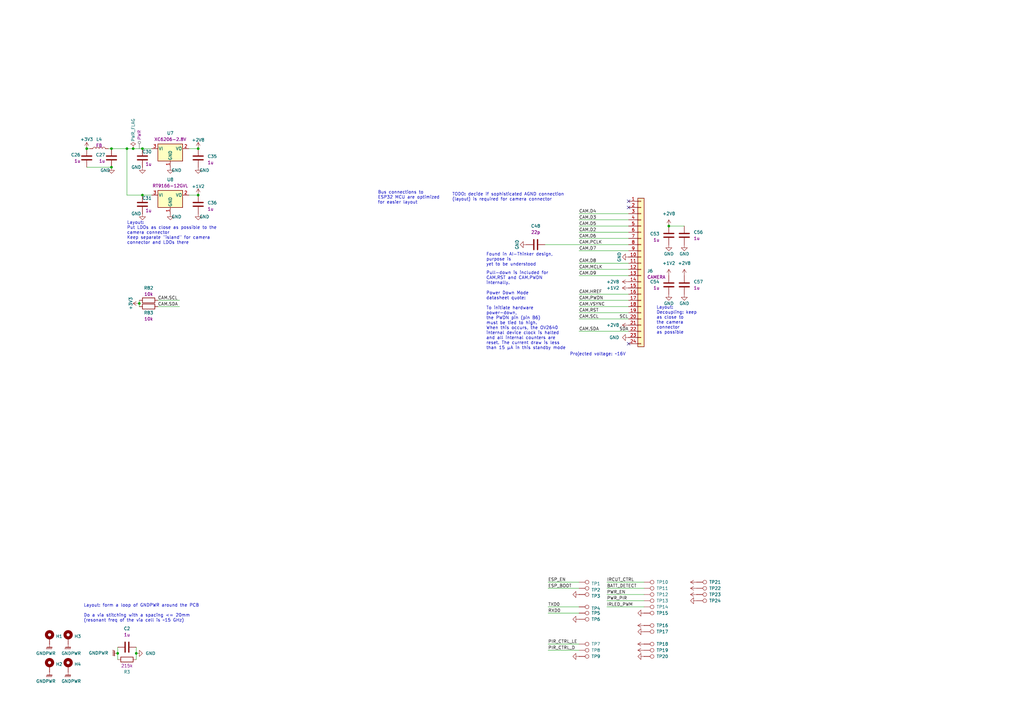
<source format=kicad_sch>
(kicad_sch (version 20250114) (generator "eeschema") (generator_version "9.0")
  (paper "A3")
  (title_block (title "MaxLab AI Camera") (date "20240317") (rev "rev3.2") (company "MAXLABIO INC."))
  (text "Found in AI-Thinker design, \npurpose is \nyet to be understood" (at 199.39 109.22 0) (effects (font (size 1.27 1.27)) (justify left bottom)))
  (text "Layout: form a loop of GNDPWR around the PCB\n\nDo a via stitching with a spacing <= 20mm \n(resonant freq of the via cell is ~15 GHz)" (at 34.29 255.27 0) (effects (font (size 1.27 1.27)) (justify left bottom)))
  (text "Pull-down is included for \nCAM.RST and CAM.PWDN \ninternally. " (at 199.39 116.84 0) (effects (font (size 1.27 1.27)) (justify left bottom)))
  (text "Bus connections to\nESP32 MCU are optimized \nfor easier layout" (at 154.94 83.82 0) (effects (font (size 1.27 1.27)) (justify left bottom)))
  (text "Power Down Mode \ndatasheet quote:\n\nTo initiate hardware \npower-down, \nthe PWDN pin (pin B6)\nmust be tied to high. \nWhen this occurs, the OV2640\ninternal device clock is halted \nand all internal counters are\nreset. The current draw is less \nthan 15 µA in this standby mode" (at 199.39 143.51 0) (effects (font (size 1.27 1.27)) (justify left bottom)))
  (text "Layout:\nPut LDOs as close as possible to the\ncamera connector\nKeep separate \"island\" for camera \nconnector and LDOs there" (at 52.07 100.33 0) (effects (font (size 1.27 1.27)) (justify left bottom)))
  (text "TODO: decide if sophisticated AGND connection \n(layout) is required for camera connector" (at 185.42 82.55 0) (effects (font (size 1.27 1.27)) (justify left bottom)))
  (text "TODO: write comments about IO3, IO46,\nIO45 strappping pins" (at 372.11 -92.71 0) (effects (font (size 1.27 1.27)) (justify left bottom)))
  (text "Projected voltage: ~16V" (at 233.68 146.05 0) (effects (font (size 1.27 1.27)) (justify left bottom)))
  (text "Layout:\nDecoupling: keep \nas close to \nthe camera \nconnector \nas possible" (at 269.24 137.16 0) (effects (font (size 1.27 1.27)) (justify left bottom)))
  (junction (at 331.47 -77.47))
  (junction (at 334.01 -46.99))
  (junction (at 407.67 -104.14))
  (junction (at 35.56 60.96))
  (junction (at 393.7 -111.76))
  (junction (at 414.02 -104.14))
  (junction (at 314.96 -77.47))
  (junction (at 48.26 267.97))
  (junction (at 331.47 -87.63))
  (junction (at 45.72 68.58))
  (junction (at 58.42 80.01))
  (junction (at 314.96 -67.31))
  (junction (at 420.37 -104.14))
  (junction (at 331.47 -91.44))
  (junction (at 314.96 -81.28))
  (junction (at 420.37 -111.76))
  (junction (at 54.61 60.96))
  (junction (at 414.02 -111.76))
  (junction (at 314.96 -71.12))
  (junction (at 57.15 124.46))
  (junction (at 401.32 -104.14))
  (junction (at 407.67 -111.76))
  (junction (at 314.96 -60.96))
  (junction (at 314.96 -87.63))
  (junction (at 58.42 60.96))
  (junction (at 393.7 -104.14))
  (junction (at 81.28 60.96))
  (junction (at 331.47 -81.28))
  (junction (at 274.32 92.71))
  (junction (at 426.72 -104.14))
  (junction (at 401.32 -111.76))
  (junction (at 426.72 -111.76))
  (junction (at 55.88 267.97))
  (junction (at 45.72 60.96))
  (junction (at 331.47 -71.12))
  (junction (at 81.28 80.01))
  (junction (at 52.07 60.96))
  (no_connect (at 483.87 -54.61))
  (no_connect (at 257.81 82.55))
  (no_connect (at 257.81 140.97))
  (no_connect (at 483.87 -52.07))
  (no_connect (at 257.81 85.09))
  (no_connect (at 483.87 -49.53))
  (bus_entry (at 353.06 -45.72) (size -2.54 -2.54))
  (bus_entry (at 353.06 -62.23) (size 2.54 -2.54))
  (bus_entry (at 353.06 -67.31) (size 2.54 -2.54))
  (bus_entry (at 353.06 -54.61) (size 2.54 -2.54))
  (bus_entry (at 353.06 -34.29) (size 2.54 -2.54))
  (bus_entry (at 353.06 -69.85) (size 2.54 -2.54))
  (bus_entry (at 353.06 -49.53) (size 2.54 -2.54))
  (bus_entry (at 353.06 -52.07) (size 2.54 -2.54))
  (bus_entry (at 353.06 -41.91) (size 2.54 -2.54))
  (bus_entry (at 353.06 -36.83) (size 2.54 -2.54))
  (bus_entry (at 499.11 -41.91) (size 2.54 2.54))
  (bus_entry (at 353.06 -64.77) (size 2.54 -2.54))
  (bus_entry (at 353.06 -59.69) (size 2.54 -2.54))
  (bus_entry (at 353.06 -57.15) (size 2.54 -2.54))
  (bus_entry (at 353.06 -43.18) (size -2.54 -2.54))
  (bus_entry (at 353.06 -39.37) (size 2.54 -2.54))
  (bus_entry (at 353.06 -46.99) (size 2.54 -2.54))
  (bus_entry (at 353.06 -72.39) (size 2.54 -2.54))
  (wire (pts (xy 257.81 95.25) (xy 237.49 95.25)))
  (wire (pts (xy 314.96 -77.47) (xy 314.96 -81.28)))
  (wire (pts (xy 355.6 -54.61) (xy 369.57 -54.61)))
  (bus (pts (xy 353.06 -67.31) (xy 353.06 -64.77)))
  (wire (pts (xy 314.96 -87.63) (xy 314.96 -81.28)))
  (wire (pts (xy 45.72 60.96) (xy 52.07 60.96)))
  (wire (pts (xy 393.7 -111.76) (xy 401.32 -111.76)))
  (bus (pts (xy 353.06 -45.72) (xy 353.06 -43.18)))
  (wire (pts (xy 356.87 -77.47) (xy 369.57 -77.47)))
  (wire (pts (xy 326.39 -87.63) (xy 331.47 -87.63)))
  (wire (pts (xy 257.81 125.73) (xy 237.49 125.73)))
  (wire (pts (xy 73.66 123.19) (xy 64.77 123.19)))
  (bus (pts (xy 353.06 -41.91) (xy 353.06 -39.37)))
  (wire (pts (xy 331.47 -81.28) (xy 331.47 -77.47)))
  (wire (pts (xy 350.52 -45.72) (xy 341.63 -45.72)))
  (wire (pts (xy 224.79 241.3) (xy 237.49 241.3)))
  (wire (pts (xy 257.81 90.17) (xy 237.49 90.17)))
  (wire (pts (xy 369.57 -85.09) (xy 342.9 -85.09)))
  (wire (pts (xy 314.96 -60.96) (xy 314.96 -59.69)))
  (wire (pts (xy 35.56 68.58) (xy 45.72 68.58)))
  (wire (pts (xy 223.52 100.33) (xy 257.81 100.33)))
  (bus (pts (xy 353.06 -54.61) (xy 353.06 -52.07)))
  (wire (pts (xy 334.01 -48.26) (xy 334.01 -46.99)))
  (bus (pts (xy 353.06 -59.69) (xy 353.06 -57.15)))
  (wire (pts (xy 314.96 -77.47) (xy 318.77 -77.47)))
  (wire (pts (xy 414.02 -111.76) (xy 420.37 -111.76)))
  (wire (pts (xy 314.96 -81.28) (xy 317.5 -81.28)))
  (wire (pts (xy 257.81 120.65) (xy 237.49 120.65)))
  (wire (pts (xy 54.61 60.96) (xy 58.42 60.96)))
  (wire (pts (xy 483.87 -41.91) (xy 499.11 -41.91)))
  (wire (pts (xy 407.67 -104.14) (xy 414.02 -104.14)))
  (wire (pts (xy 314.96 -67.31) (xy 314.96 -60.96)))
  (wire (pts (xy 386.08 -111.76) (xy 393.7 -111.76)))
  (wire (pts (xy 420.37 -104.14) (xy 426.72 -104.14)))
  (wire (pts (xy 314.96 -91.44) (xy 317.5 -91.44)))
  (wire (pts (xy 356.87 -46.99) (xy 369.57 -46.99)))
  (wire (pts (xy 52.07 60.96) (xy 52.07 80.01)))
  (wire (pts (xy 257.81 87.63) (xy 237.49 87.63)))
  (wire (pts (xy 81.28 60.96) (xy 77.47 60.96)))
  (wire (pts (xy 355.6 -44.45) (xy 369.57 -44.45)))
  (bus (pts (xy 353.06 -64.77) (xy 353.06 -62.23)))
  (bus (pts (xy 355.6 -20.32) (xy 353.06 -22.86)))
  (wire (pts (xy 314.96 -87.63) (xy 318.77 -87.63)))
  (wire (pts (xy 483.87 -44.45) (xy 497.84 -44.45)))
  (wire (pts (xy 257.81 97.79) (xy 237.49 97.79)))
  (wire (pts (xy 334.01 -46.99) (xy 334.01 -45.72)))
  (wire (pts (xy 483.87 -72.39) (xy 497.84 -72.39)))
  (wire (pts (xy 314.96 -71.12) (xy 314.96 -67.31)))
  (wire (pts (xy 355.6 -52.07) (xy 369.57 -52.07)))
  (bus (pts (xy 353.06 -34.29) (xy 353.06 -22.86)))
  (bus (pts (xy 353.06 -52.07) (xy 353.06 -49.53)))
  (bus (pts (xy 353.06 -69.85) (xy 353.06 -67.31)))
  (wire (pts (xy 483.87 -62.23) (xy 497.84 -62.23)))
  (wire (pts (xy 274.32 92.71) (xy 280.67 92.71)))
  (wire (pts (xy 52.07 80.01) (xy 58.42 80.01)))
  (wire (pts (xy 314.96 -71.12) (xy 317.5 -71.12)))
  (wire (pts (xy 339.09 -60.96) (xy 346.71 -60.96)))
  (wire (pts (xy 326.39 -67.31) (xy 331.47 -67.31)))
  (wire (pts (xy 483.87 -64.77) (xy 497.84 -64.77)))
  (wire (pts (xy 401.32 -111.76) (xy 407.67 -111.76)))
  (wire (pts (xy 414.02 -104.14) (xy 420.37 -104.14)))
  (wire (pts (xy 355.6 -67.31) (xy 369.57 -67.31)))
  (wire (pts (xy 48.26 267.97) (xy 48.26 270.51)))
  (wire (pts (xy 483.87 -39.37) (xy 497.84 -39.37)))
  (wire (pts (xy 248.92 248.92) (xy 264.16 248.92)))
  (wire (pts (xy 36.83 60.96) (xy 35.56 60.96)))
  (wire (pts (xy 257.81 123.19) (xy 237.49 123.19)))
  (bus (pts (xy 355.6 -20.32) (xy 499.11 -20.32)))
  (wire (pts (xy 331.47 -91.44) (xy 331.47 -87.63)))
  (wire (pts (xy 356.87 -80.01) (xy 369.57 -80.01)))
  (wire (pts (xy 326.39 -60.96) (xy 331.47 -60.96)))
  (wire (pts (xy 58.42 80.01) (xy 62.23 80.01)))
  (wire (pts (xy 257.81 130.81) (xy 237.49 130.81)))
  (wire (pts (xy 483.87 -46.99) (xy 497.84 -46.99)))
  (wire (pts (xy 483.87 -87.63) (xy 497.84 -87.63)))
  (wire (pts (xy 327.66 -91.44) (xy 331.47 -91.44)))
  (wire (pts (xy 331.47 -71.12) (xy 346.71 -71.12)))
  (wire (pts (xy 355.6 -74.93) (xy 369.57 -74.93)))
  (wire (pts (xy 314.96 -67.31) (xy 318.77 -67.31)))
  (wire (pts (xy 257.81 107.95) (xy 237.49 107.95)))
  (wire (pts (xy 257.81 92.71) (xy 237.49 92.71)))
  (wire (pts (xy 355.6 -72.39) (xy 369.57 -72.39)))
  (wire (pts (xy 369.57 -57.15) (xy 355.6 -57.15)))
  (wire (pts (xy 355.6 -69.85) (xy 369.57 -69.85)))
  (wire (pts (xy 331.47 -87.63) (xy 369.57 -87.63)))
  (wire (pts (xy 314.96 -60.96) (xy 318.77 -60.96)))
  (wire (pts (xy 248.92 241.3) (xy 264.16 241.3)))
  (bus (pts (xy 353.06 -72.39) (xy 353.06 -69.85)))
  (wire (pts (xy 331.47 -71.12) (xy 331.47 -67.31)))
  (wire (pts (xy 73.66 125.73) (xy 64.77 125.73)))
  (wire (pts (xy 314.96 -77.47) (xy 314.96 -71.12)))
  (wire (pts (xy 248.92 243.84) (xy 264.16 243.84)))
  (wire (pts (xy 248.92 246.38) (xy 264.16 246.38)))
  (wire (pts (xy 401.32 -104.14) (xy 407.67 -104.14)))
  (wire (pts (xy 57.15 123.19) (xy 57.15 124.46)))
  (bus (pts (xy 353.06 -39.37) (xy 353.06 -36.83)))
  (wire (pts (xy 327.66 -71.12) (xy 331.47 -71.12)))
  (wire (pts (xy 44.45 60.96) (xy 45.72 60.96)))
  (wire (pts (xy 407.67 -111.76) (xy 414.02 -111.76)))
  (wire (pts (xy 257.81 135.89) (xy 237.49 135.89)))
  (bus (pts (xy 353.06 -49.53) (xy 353.06 -46.99)))
  (wire (pts (xy 257.81 113.03) (xy 237.49 113.03)))
  (wire (pts (xy 48.26 265.43) (xy 48.26 267.97)))
  (wire (pts (xy 355.6 -59.69) (xy 369.57 -59.69)))
  (wire (pts (xy 58.42 60.96) (xy 62.23 60.96)))
  (wire (pts (xy 224.79 266.7) (xy 237.49 266.7)))
  (wire (pts (xy 393.7 -104.14) (xy 401.32 -104.14)))
  (wire (pts (xy 483.87 -85.09) (xy 497.84 -85.09)))
  (bus (pts (xy 353.06 -46.99) (xy 353.06 -45.72)))
  (wire (pts (xy 483.87 -29.21) (xy 485.14 -29.21)))
  (wire (pts (xy 224.79 248.92) (xy 237.49 248.92)))
  (wire (pts (xy 483.87 -74.93) (xy 497.84 -74.93)))
  (wire (pts (xy 314.96 -87.63) (xy 314.96 -91.44)))
  (wire (pts (xy 355.6 -36.83) (xy 369.57 -36.83)))
  (wire (pts (xy 224.79 264.16) (xy 237.49 264.16)))
  (bus (pts (xy 353.06 -43.18) (xy 353.06 -41.91)))
  (wire (pts (xy 327.66 -81.28) (xy 331.47 -81.28)))
  (wire (pts (xy 483.87 -69.85) (xy 497.84 -69.85)))
  (wire (pts (xy 248.92 238.76) (xy 264.16 238.76)))
  (bus (pts (xy 353.06 -57.15) (xy 353.06 -54.61)))
  (wire (pts (xy 483.87 -36.83) (xy 497.84 -36.83)))
  (wire (pts (xy 355.6 -39.37) (xy 369.57 -39.37)))
  (wire (pts (xy 224.79 251.46) (xy 237.49 251.46)))
  (wire (pts (xy 339.09 -82.55) (xy 339.09 -81.28)))
  (wire (pts (xy 257.81 102.87) (xy 237.49 102.87)))
  (wire (pts (xy 326.39 -77.47) (xy 331.47 -77.47)))
  (wire (pts (xy 350.52 -48.26) (xy 341.63 -48.26)))
  (wire (pts (xy 355.6 -49.53) (xy 369.57 -49.53)))
  (wire (pts (xy 497.84 -67.31) (xy 483.87 -67.31)))
  (wire (pts (xy 420.37 -111.76) (xy 426.72 -111.76)))
  (bus (pts (xy 501.65 -22.86) (xy 499.11 -20.32)))
  (bus (pts (xy 501.65 -39.37) (xy 501.65 -22.86)))
  (wire (pts (xy 257.81 128.27) (xy 237.49 128.27)))
  (wire (pts (xy 386.08 -104.14) (xy 393.7 -104.14)))
  (wire (pts (xy 342.9 -85.09) (xy 342.9 -77.47)))
  (wire (pts (xy 55.88 265.43) (xy 55.88 267.97)))
  (wire (pts (xy 77.47 80.01) (xy 81.28 80.01)))
  (wire (pts (xy 485.14 -29.21) (xy 485.14 -27.94)))
  (wire (pts (xy 483.87 -77.47) (xy 497.84 -77.47)))
  (wire (pts (xy 55.88 267.97) (xy 55.88 270.51)))
  (bus (pts (xy 353.06 -36.83) (xy 353.06 -34.29)))
  (wire (pts (xy 355.6 -41.91) (xy 369.57 -41.91)))
  (wire (pts (xy 54.61 60.96) (xy 52.07 60.96)))
  (wire (pts (xy 339.09 -92.71) (xy 339.09 -91.44)))
  (wire (pts (xy 355.6 -64.77) (xy 369.57 -64.77)))
  (wire (pts (xy 331.47 -77.47) (xy 342.9 -77.47)))
  (wire (pts (xy 224.79 238.76) (xy 237.49 238.76)))
  (wire (pts (xy 355.6 -62.23) (xy 369.57 -62.23)))
  (bus (pts (xy 353.06 -62.23) (xy 353.06 -59.69)))
  (wire (pts (xy 257.81 110.49) (xy 237.49 110.49)))
  (wire (pts (xy 426.72 -113.03) (xy 426.72 -111.76)))
  (wire (pts (xy 57.15 124.46) (xy 57.15 125.73)))
  (label "UD-" (at 497.84 -85.09 180))
  (label "TXD0" (at 497.84 -77.47 180))
  (label "SCL" (at 254 130.81 0))
  (label "CAM.SDA" (at 356.87 -49.53 0))
  (label "CAM.D5" (at 237.49 92.71 0))
  (label "CAM.PWDN" (at 237.49 123.19 0))
  (label "CAM.SCL" (at 341.63 -48.26 0))
  (label "CAM.D3" (at 356.87 -69.85 0))
  (label "IO38" (at 497.84 -46.99 180))
  (label "CAM.RST" (at 237.49 128.27 0))
  (label "CAM.MCLK" (at 237.49 110.49 0))
  (label "CAM.VSYNC" (at 237.49 125.73 0))
  (label "BATT_DETECT" (at 356.87 -80.01 0))
  (label "ESP_EN" (at 356.87 -85.09 0))
  (label "ESP_EN" (at 224.79 238.76 0))
  (label "IRLED_PWM" (at 248.92 248.92 0))
  (label "CAM.D9" (at 237.49 113.03 0))
  (label "CAM.MCLK" (at 356.87 -62.23 0))
  (label "CAM.D4" (at 356.87 -72.39 0))
  (label "CAM.HREF" (at 237.49 120.65 0))
  (label "IRLED_PWM" (at 497.84 -67.31 180))
  (label "CAM.D2" (at 237.49 95.25 0))
  (label "CAM.D8" (at 237.49 107.95 0))
  (label "PIR_CTRL_LE" (at 497.84 -69.85 180))
  (label "PWRON_DET" (at 356.87 -77.47 0))
  (label "CAM.PWDN" (at 356.87 -59.69 0))
  (label "PIR_CTRL_D" (at 497.84 -72.39 180))
  (label "CAM.D6" (at 237.49 97.79 0))
  (label "CAM.PCLK" (at 237.49 100.33 0))
  (label "USR_LED" (at 497.84 -36.83 180))
  (label "CAM.D7" (at 356.87 -39.37 0))
  (label "RXD0" (at 224.79 251.46 0))
  (label "UD+" (at 497.84 -87.63 180))
  (label "CAM.D4" (at 237.49 87.63 0))
  (label "USR_BTN" (at 497.84 -39.37 180))
  (label "IRCUT_CTRL" (at 497.84 -64.77 180))
  (label "CAM.D3" (at 237.49 90.17 0))
  (label "CAM.D9" (at 356.87 -52.07 0))
  (label "SDA" (at 254 135.89 0))
  (label "IRCUT_CTRL" (at 248.92 238.76 0))
  (label "PIR_CTRL_LE" (at 224.79 264.16 0))
  (label "ESP_BOOT" (at 224.79 241.3 0))
  (label "ESP_BOOT" (at 356.87 -87.63 0))
  (label "PIR_CTRL_D" (at 224.79 266.7 0))
  (label "PWR_PIR" (at 248.92 246.38 0))
  (label "CAM.SDA" (at 237.49 135.89 0))
  (label "CAM.RST" (at 356.87 -54.61 0))
  (label "CAM.D5" (at 356.87 -67.31 0))
  (label "PWR_EN" (at 248.92 243.84 0))
  (label "CAM.SCL" (at 64.77 123.19 0))
  (label "CAM.D6" (at 356.87 -44.45 0))
  (label "CAM.SCL" (at 356.87 -74.93 0))
  (label "RXD0" (at 497.84 -74.93 180))
  (label "CAM.SCL" (at 237.49 130.81 0))
  (label "CAM.D8" (at 356.87 -36.83 0))
  (label "CAM.PCLK" (at 356.87 -41.91 0))
  (label "USR_LED" (at 346.71 -60.96 180))
  (label "CAM{D[2..9],MCLK,PCLK,SCL,SDA,HREF,PWDN,VSYNC,RST}" (at 398.78 -20.32 0))
  (label "PWR_EN" (at 356.87 -46.99 0))
  (label "USR_BTN" (at 346.71 -71.12 180))
  (label "CAM.D7" (at 237.49 102.87 0))
  (label "TXD0" (at 224.79 248.92 0))
  (label "CAM.D2" (at 356.87 -64.77 0))
  (label "PIR_OUT" (at 497.84 -62.23 180))
  (label "CAM.SDA" (at 64.77 125.73 0))
  (label "CAM.HREF" (at 497.84 -41.91 180))
  (label "CAM.VSYNC" (at 356.87 -57.15 0))
  (label "IO39" (at 497.84 -44.45 180))
  (label "CAM.SDA" (at 341.63 -45.72 0))
  (label "BATT_DETECT" (at 248.92 241.3 0))
  (netclass_flag "" (length 2.54) (shape round) (at 57.15 60.96 0) (property "Netclass" "PWR" (at 57.15 53.34 90) (effects (font (italic yes)) (justify right))))
  (symbol (lib_id "00-kiml-regulator-linear:RT9166-12GVL") (at 69.85 80.01 0) (unit 1)
    (property "Reference" "U8" (at 69.85 73.66 0))
    (property "Value" "RT9166-12GVL" (effects (hide yes)))
    (property "Footprint" "Package_TO_SOT_SMD:SOT-23" (effects (hide yes)))
    (property "Datasheet" "https://datasheet.lcsc.com/lcsc/1810312311_Richtek-Tech-RT9166-12GVL_C29175.pdf" (effects (hide yes)))
    (property "Description" "55dB@(1kHz) 300mA 230mV@(300mA) Fixed 1.2V SOT-23-3L Linear Voltage Regulators (LDO) ROHS" (effects (hide yes)))
    (property "UserValue" "RT9166-12GVL" (at 69.85 76.2 0))
    (property "MFR" "Richtek Tech" (effects (hide yes)))
    (property "MPN" "RT9166-12GVL" (effects (hide yes)))
    (property "SPL1" "JLCPCB" (effects (hide yes)))
    (property "SPN1" "C29175" (effects (hide yes)))
    (property "SNB1" "Extended Part" (effects (hide yes)))
    (property "LNK1" "https://jlcpcb.com/partdetail/RichtekTech-RT916612GVL/C29175" (effects (hide yes)))
  )
  (symbol (lib_id "power:GNDPWR") (at 48.26 267.97 270) (unit 1)
    (property "Reference" "#PWR010" (effects (hide yes)))
    (property "Value" "GNDPWR" (at 44.45 267.8429 90) (effects (justify right)))
    (property "Description" "Power symbol creates a global label with name \"GNDPWR\" , global ground" (effects (hide yes)))
  )
  (symbol (lib_id "Connector:TestPoint") (at 285.75 246.38 270) (unit 1) (in_bom no)
    (property "Reference" "TP24" (at 290.83 246.3799 90) (effects (justify left)))
    (property "Value" "TestPoint" (effects (hide yes)))
    (property "Footprint" "TestPoint:TestPoint_Pad_D1.0mm" (effects (hide yes)))
    (property "Description" "test point" (effects (hide yes)))
  )
  (symbol (lib_id "00-kiml-switch-button-smd:SW_PB_TS-1187A-B-A-B") (at 322.58 -91.44 0) (unit 1)
    (property "Reference" "SW1" (at 325.12 -93.98 0) (effects (justify left)))
    (property "Value" "SW_PB_TS-1187A-B-A-B" (effects (hide yes)))
    (property "Footprint" "Button_Switch_SMD:SW_SPST_TL3342" (effects (hide yes)))
    (property "Datasheet" "https://datasheet.lcsc.com/lcsc/2002271431_XKB-Connectivity-TS-1187A-B-A-B_C318884.pdf" (effects (hide yes)))
    (property "Description" "Push button switch, normally open SPST SMD" (effects (hide yes)))
    (property "UserValue" "BOOT" (at 318.77 -93.98 0))
    (property "MFR" "XKB Connectivity" (effects (hide yes)))
    (property "MPN" "TS-1187A-B-A-B" (effects (hide yes)))
    (property "SPL1" "JLCPCB" (effects (hide yes)))
    (property "SPN1" "C318884" (effects (hide yes)))
    (property "LNK1" "https://jlcpcb.com/partdetail/XkbConnectivity-TS_1187A_B_AB/C318884" (effects (hide yes)))
    (property "SNB1" "Basic Part" (effects (hide yes)))
  )
  (symbol (lib_id "power:GND") (at 264.16 269.24 270) (unit 1)
    (property "Reference" "#PWR081" (effects (hide yes)))
    (property "Value" "GND" (effects (hide yes)))
    (property "Description" "Power symbol creates a global label with name \"GND\" , ground" (effects (hide yes)))
  )
  (symbol (lib_id "power:VBUS") (at 285.75 238.76 90) (unit 1)
    (property "Reference" "#PWR088" (effects (hide yes)))
    (property "Value" "VBUS" (effects (hide yes)))
    (property "Description" "Power symbol creates a global label with name \"VBUS\"" (effects (hide yes)))
  )
  (symbol (lib_id "Connector:TestPoint") (at 237.49 254 270) (unit 1) (in_bom no)
    (property "Reference" "TP6" (at 242.57 253.9999 90) (effects (justify left)))
    (property "Value" "TestPoint" (effects (hide yes)))
    (property "Footprint" "TestPoint:TestPoint_Pad_D1.0mm" (effects (hide yes)))
    (property "Description" "test point" (effects (hide yes)))
  )
  (symbol (lib_id "Connector:TestPoint") (at 237.49 241.3 270) (unit 1) (in_bom no)
    (property "Reference" "TP2" (at 242.57 241.935 90) (effects (justify left)))
    (property "Value" "TestPoint" (effects (hide yes)))
    (property "Footprint" "TestPoint:TestPoint_Pad_D1.0mm" (effects (hide yes)))
    (property "Description" "test point" (effects (hide yes)))
  )
  (symbol (lib_id "power:+3V3") (at 334.01 -46.99 90) (unit 1)
    (property "Reference" "#PWR0167" (effects (hide yes)))
    (property "Value" "+3V3" (at 330.454 -46.99 0))
    (property "Description" "Power symbol creates a global label with name \"+3V3\"" (effects (hide yes)))
  )
  (symbol (lib_id "00-kiml-resistors-smd:10k_0402_0402WGF1002TCE") (at 60.96 125.73 90) (unit 1)
    (property "Reference" "R83" (at 60.96 128.27 90))
    (property "Value" "10k_0402_0402WGF1002TCE" (effects (hide yes)))
    (property "Footprint" "Resistor_SMD:R_0402_1005Metric" (effects (hide yes)))
    (property "Datasheet" "https://datasheet.lcsc.com/lcsc/2206010100_UNI-ROYAL-Uniroyal-Elec-0402WGF1002TCE_C25744.pdf" (effects (hide yes)))
    (property "Description" "62.5mW Thick Film Resistors 50V ±100ppm/℃ ±1% -55℃~+155℃ 10kΩ 0402" (effects (hide yes)))
    (property "UserValue" "10k" (at 60.96 130.81 90))
    (property "MFR" "UNI-ROYAL" (effects (hide yes)))
    (property "MPN" "0402WGF1002TCE" (effects (hide yes)))
    (property "SPL1" "JLCPCB" (effects (hide yes)))
    (property "SPN1" "C25744" (effects (hide yes)))
    (property "Tolerance" "1%" (effects (hide yes)))
    (property "TCR" "100ppm" (effects (hide yes)))
    (property "Pmax" "62.5mW" (effects (hide yes)))
    (property "LNK1" "https://jlcpcb.com/partdetail/26487-0402WGF1002TCE/C25744" (effects (hide yes)))
    (property "SNB1" "Basic part" (effects (hide yes)))
  )
  (symbol (lib_id "00-kiml-resistors-smd:10k_0402_0402WGF1002TCE") (at 337.82 -45.72 90) (unit 1)
    (property "Reference" "R88" (at 337.82 -43.18 90))
    (property "Value" "10k_0402_0402WGF1002TCE" (effects (hide yes)))
    (property "Footprint" "Resistor_SMD:R_0402_1005Metric" (effects (hide yes)))
    (property "Datasheet" "https://datasheet.lcsc.com/lcsc/2206010100_UNI-ROYAL-Uniroyal-Elec-0402WGF1002TCE_C25744.pdf" (effects (hide yes)))
    (property "Description" "62.5mW Thick Film Resistors 50V ±100ppm/℃ ±1% -55℃~+155℃ 10kΩ 0402" (effects (hide yes)))
    (property "UserValue" "10k" (at 337.82 -40.64 90))
    (property "MFR" "UNI-ROYAL" (effects (hide yes)))
    (property "MPN" "0402WGF1002TCE" (effects (hide yes)))
    (property "SPL1" "JLCPCB" (effects (hide yes)))
    (property "SPN1" "C25744" (effects (hide yes)))
    (property "Tolerance" "1%" (effects (hide yes)))
    (property "TCR" "100ppm" (effects (hide yes)))
    (property "Pmax" "62.5mW" (effects (hide yes)))
    (property "LNK1" "https://jlcpcb.com/partdetail/26487-0402WGF1002TCE/C25744" (effects (hide yes)))
    (property "SNB1" "Basic part" (effects (hide yes)))
  )
  (symbol (lib_id "Connector:TestPoint") (at 264.16 269.24 270) (unit 1) (in_bom no)
    (property "Reference" "TP20" (at 269.24 269.2399 90) (effects (justify left)))
    (property "Value" "TestPoint" (effects (hide yes)))
    (property "Footprint" "TestPoint:TestPoint_Pad_D1.0mm" (effects (hide yes)))
    (property "Description" "test point" (effects (hide yes)))
  )
  (symbol (lib_id "power:GND") (at 426.72 -104.14 0) (unit 1)
    (property "Reference" "#PWR0173" (effects (hide yes)))
    (property "Value" "GND" (at 426.72 -100.33 0))
    (property "Description" "Power symbol creates a global label with name \"GND\" , ground" (effects (hide yes)))
  )
  (symbol (lib_id "Connector:TestPoint") (at 237.49 248.92 270) (unit 1) (in_bom no)
    (property "Reference" "TP4" (at 242.57 249.555 90) (effects (justify left)))
    (property "Value" "TestPoint" (effects (hide yes)))
    (property "Footprint" "TestPoint:TestPoint_Pad_D1.0mm" (effects (hide yes)))
    (property "Description" "test point" (effects (hide yes)))
  )
  (symbol (lib_id "power:GND") (at 257.81 138.43 270) (mirror x) (unit 1)
    (property "Reference" "#PWR0104" (effects (hide yes)))
    (property "Value" "GND" (at 254 138.4299 90) (effects (justify right)))
    (property "Description" "Power symbol creates a global label with name \"GND\" , ground" (effects (hide yes)))
  )
  (symbol (lib_id "power:+5V") (at 285.75 243.84 90) (unit 1)
    (property "Reference" "#PWR090" (effects (hide yes)))
    (property "Value" "+5V" (effects (hide yes)))
    (property "Description" "Power symbol creates a global label with name \"+5V\"" (effects (hide yes)))
  )
  (symbol (lib_id "power:GND") (at 81.28 87.63 0) (unit 1)
    (property "Reference" "#PWR086" (effects (hide yes)))
    (property "Value" "GND" (at 83.82 88.9 0))
    (property "Description" "Power symbol creates a global label with name \"GND\" , ground" (effects (hide yes)))
  )
  (symbol (lib_id "Connector:TestPoint") (at 237.49 238.76 270) (unit 1) (in_bom no)
    (property "Reference" "TP1" (at 242.57 239.395 90) (effects (justify left)))
    (property "Value" "TestPoint" (effects (hide yes)))
    (property "Footprint" "TestPoint:TestPoint_Pad_D1.0mm" (effects (hide yes)))
    (property "Description" "test point" (effects (hide yes)))
  )
  (symbol (lib_id "Connector:TestPoint") (at 237.49 266.7 270) (unit 1) (in_bom no)
    (property "Reference" "TP8" (at 242.57 266.6999 90) (effects (justify left)))
    (property "Value" "TestPoint" (effects (hide yes)))
    (property "Footprint" "TestPoint:TestPoint_Pad_D1.0mm" (effects (hide yes)))
    (property "Description" "test point" (effects (hide yes)))
  )
  (symbol (lib_id "power:+3V3") (at 339.09 -82.55 0) (unit 1)
    (property "Reference" "#PWR0169" (effects (hide yes)))
    (property "Value" "+3V3" (at 339.09 -86.106 0))
    (property "Description" "Power symbol creates a global label with name \"+3V3\"" (effects (hide yes)))
  )
  (symbol (lib_id "Connector:TestPoint") (at 237.49 264.16 270) (unit 1) (in_bom no)
    (property "Reference" "TP7" (at 242.57 264.1599 90) (effects (justify left)))
    (property "Value" "TestPoint" (effects (hide yes)))
    (property "Footprint" "TestPoint:TestPoint_Pad_D1.0mm" (effects (hide yes)))
    (property "Description" "test point" (effects (hide yes)))
  )
  (symbol (lib_id "00-kiml-rf-module:ESP32-S3-WROOM-1-N16R8") (at 425.45 -57.15 0) (unit 1)
    (property "Reference" "U18" (at 426.72 -95.25 0))
    (property "Value" "ESP32-S3-WROOM-1-N16R8" (effects (hide yes)))
    (property "Footprint" "00-kiml-rf-module:ESP32-S3-WROOM-1" (effects (hide yes)))
    (property "Datasheet" "https://www.espressif.com/sites/default/files/documentation/esp32-s3-wroom-1_wroom-1u_datasheet_en.pdf" (effects (hide yes)))
    (property "Description" "2.4 GHz WiFi (802.11 b/g/n) and Bluetooth ® 5 (LE) module Built around ESP32S3 series of SoCs, Xtensa ® dualcore 32bit LX7 microprocessor Flash up to 16 MB, PSRAM up to 8 MB 36 GPIOs, rich set of peripherals Onboard PCB antenna" (effects (hide yes)))
    (property "UserValue" "ESP32-S3-WROOM-1" (at 426.72 -92.71 0))
    (property "MFR" "Espressif" (effects (hide yes)))
    (property "MPN" "ESP32-S3-WROOM-1-N16R8" (effects (hide yes)))
    (property "SPL1" "LCSC" (effects (hide yes)))
    (property "SPN1" "C2913202" (effects (hide yes)))
    (property "LNK1" "https://www.lcsc.com/product-detail/WiFi-Modules_Espressif-Systems-ESP32-S3-WROOM-1-N16R8_C2913202.html" (effects (hide yes)))
    (property "SPL2" "JLCPCB" (effects (hide yes)))
    (property "SPN2" "C2913202" (effects (hide yes)))
    (property "LNK2" "https://jlcpcb.com/partdetail/3198300-ESP32_S3_WROOM_1N16R8/C2913202" (effects (hide yes)))
    (property "SNB2" "Extended part" (effects (hide yes)))
  )
  (symbol (lib_id "power:GND") (at 55.88 267.97 90) (unit 1)
    (property "Reference" "#PWR013" (effects (hide yes)))
    (property "Value" "GND" (at 59.69 267.9699 90) (effects (justify right)))
    (property "Description" "Power symbol creates a global label with name \"GND\" , ground" (effects (hide yes)))
  )
  (symbol (lib_id "power:GNDPWR") (at 27.94 275.59 0) (unit 1)
    (property "Reference" "#PWR05" (effects (hide yes)))
    (property "Value" "GNDPWR" (at 29.21 279.4 0))
    (property "Description" "Power symbol creates a global label with name \"GNDPWR\" , global ground" (effects (hide yes)))
  )
  (symbol (lib_id "power:GND") (at 485.14 -27.94 0) (unit 1)
    (property "Reference" "#PWR0174" (effects (hide yes)))
    (property "Value" "GND" (at 485.14 -24.13 0))
    (property "Description" "Power symbol creates a global label with name \"GND\" , ground" (effects (hide yes)))
  )
  (symbol (lib_id "00-kiml-switch-button-tht:SW_PB_90deg_K2-1102AQ-N4CW-01") (at 322.58 -71.12 0) (unit 1)
    (property "Reference" "SW3" (at 325.12 -73.66 0) (effects (justify left)))
    (property "Value" "SW_PB_90deg_K2-1102AQ-H4CW-01" (effects (hide yes)))
    (property "Footprint" "00-kiml-switch-button-tht:SW_PB_90deg_K2-1102AQ-H4CW-01" (effects (hide yes)))
    (property "Datasheet" "https://datasheet.lcsc.com/lcsc/2012052036_Korean-Hroparts-Elec-K2-1102AQ-H4CW-01_C961738.pdf" (effects (hide yes)))
    (property "Description" "50mA 100MΩ 100000 Times 250gf@±30gf 12V Lying SPST Plugin Tactile Switches" (effects (hide yes)))
    (property "UserValue" "USR" (at 318.77 -73.66 0))
    (property "MFR" "Korean Hroparts" (effects (hide yes)))
    (property "MPN" "K2-1102AQ-N4CW-01" (effects (hide yes)))
    (property "SPL1" "JLCPCB" (effects (hide yes)))
    (property "SPN1" "C338650" (effects (hide yes)))
    (property "LNK1" "https://jlcpcb.com/partdetail/1041843-K2_1102AQ_H4CW01/C961738" (effects (hide yes)))
    (property "SNB1" "Extended Part" (effects (hide yes)))
  )
  (symbol (lib_id "power:PWR_FLAG") (at 54.61 60.96 0) (mirror y) (unit 1)
    (property "Reference" "#FLG08" (effects (hide yes)))
    (property "Value" "PWR_FLAG" (at 54.61 53.34 90))
    (property "Description" "Special symbol for telling ERC where power comes from" (effects (hide yes)))
  )
  (symbol (lib_id "Mechanical:MountingHole_Pad") (at 20.32 261.62 0) (unit 1) (in_bom no)
    (property "Reference" "H1" (at 22.86 260.985 0) (effects (justify left)))
    (property "Value" "MountingHole_Pad" (effects (hide yes)))
    (property "Footprint" "MountingHole:MountingHole_3.2mm_M3_Pad_TopBottom" (effects (hide yes)))
    (property "Description" "Mounting Hole with connection" (effects (hide yes)))
  )
  (symbol (lib_id "power:GND") (at 285.75 246.38 270) (unit 1)
    (property "Reference" "#PWR091" (effects (hide yes)))
    (property "Value" "GND" (effects (hide yes)))
    (property "Description" "Power symbol creates a global label with name \"GND\" , ground" (effects (hide yes)))
  )
  (symbol (lib_id "power:GND") (at 58.42 87.63 0) (unit 1)
    (property "Reference" "#PWR071" (effects (hide yes)))
    (property "Value" "GND" (at 55.88 87.63 0))
    (property "Description" "Power symbol creates a global label with name \"GND\" , ground" (effects (hide yes)))
  )
  (symbol (lib_id "00-kiml-capacitors-smd:1u_0402_CL05A105KA5NQNC") (at 322.58 -67.31 90) (unit 1)
    (property "Reference" "C87" (at 317.5 -68.58 90))
    (property "Value" "10u_0402_CL05A105KA5NQNC" (effects (hide yes)))
    (property "Footprint" "Capacitor_SMD:C_0402_1005Metric" (effects (hide yes)))
    (property "Datasheet" "https://datasheet.lcsc.com/lcsc/1811091611_Samsung-Electro-Mechanics-CL05A105KA5NQNC_C52923.pdf" (effects (hide yes)))
    (property "Description" "25V 1uF X5R ±10% 0402 Multilayer Ceramic Capacitors MLCC" (effects (hide yes)))
    (property "UserValue" "1u" (at 328.93 -68.58 90))
    (property "MFR" "Samsung" (effects (hide yes)))
    (property "MPN" "CL05A105KA5NQNC" (effects (hide yes)))
    (property "SPL1" "JLCPCB" (effects (hide yes)))
    (property "SPN1" "C52923" (effects (hide yes)))
    (property "LNK1" "https://jlcpcb.com/partdetail/53938-CL05A105KA5NQNC/C52923" (effects (hide yes)))
    (property "SNB1" "Basic Part" (effects (hide yes)))
    (property "Tolerance" "10%" (effects (hide yes)))
    (property "Rating" "25V" (effects (hide yes)))
  )
  (symbol (lib_id "Connector:TestPoint") (at 237.49 243.84 270) (unit 1) (in_bom no)
    (property "Reference" "TP3" (at 242.57 244.475 90) (effects (justify left)))
    (property "Value" "TestPoint" (effects (hide yes)))
    (property "Footprint" "TestPoint:TestPoint_Pad_D1.0mm" (effects (hide yes)))
    (property "Description" "test point" (effects (hide yes)))
  )
  (symbol (lib_id "Connector:TestPoint") (at 264.16 264.16 270) (unit 1) (in_bom no)
    (property "Reference" "TP18" (at 269.24 264.1599 90) (effects (justify left)))
    (property "Value" "TestPoint" (effects (hide yes)))
    (property "Footprint" "TestPoint:TestPoint_Pad_D1.0mm" (effects (hide yes)))
    (property "Description" "test point" (effects (hide yes)))
  )
  (symbol (lib_id "power:GND") (at 58.42 68.58 0) (unit 1)
    (property "Reference" "#PWR070" (effects (hide yes)))
    (property "Value" "GND" (at 55.88 68.58 0))
    (property "Description" "Power symbol creates a global label with name \"GND\" , ground" (effects (hide yes)))
  )
  (symbol (lib_id "00-kiml-capacitors-smd:1u_0402_CL05A105KA5NQNC") (at 58.42 83.82 0) (unit 1)
    (property "Reference" "C31" (at 62.23 81.28 0) (effects (justify right)))
    (property "Value" "10u_0402_CL05A105KA5NQNC" (effects (hide yes)))
    (property "Footprint" "Capacitor_SMD:C_0402_1005Metric" (effects (hide yes)))
    (property "Datasheet" "https://datasheet.lcsc.com/lcsc/1811091611_Samsung-Electro-Mechanics-CL05A105KA5NQNC_C52923.pdf" (effects (hide yes)))
    (property "Description" "25V 1uF X5R ±10% 0402 Multilayer Ceramic Capacitors MLCC" (effects (hide yes)))
    (property "UserValue" "1u" (at 62.23 86.36 0) (effects (justify right)))
    (property "MFR" "Samsung" (effects (hide yes)))
    (property "MPN" "CL05A105KA5NQNC" (effects (hide yes)))
    (property "SPL1" "JLCPCB" (effects (hide yes)))
    (property "SPN1" "C52923" (effects (hide yes)))
    (property "LNK1" "https://jlcpcb.com/partdetail/53938-CL05A105KA5NQNC/C52923" (effects (hide yes)))
    (property "SNB1" "Basic Part" (effects (hide yes)))
    (property "Rating" "25V" (effects (hide yes)))
    (property "Tolerance" "10%" (effects (hide yes)))
  )
  (symbol (lib_id "Connector:TestPoint") (at 264.16 238.76 270) (unit 1) (in_bom no)
    (property "Reference" "TP10" (at 269.24 238.7599 90) (effects (justify left)))
    (property "Value" "TestPoint" (effects (hide yes)))
    (property "Footprint" "TestPoint:TestPoint_Pad_D1.0mm" (effects (hide yes)))
    (property "Description" "test point" (effects (hide yes)))
  )
  (symbol (lib_id "power:+3V3") (at 339.09 -92.71 0) (unit 1)
    (property "Reference" "#PWR0168" (effects (hide yes)))
    (property "Value" "+3V3" (at 339.09 -96.266 0))
    (property "Description" "Power symbol creates a global label with name \"+3V3\"" (effects (hide yes)))
  )
  (symbol (lib_id "power:GND") (at 314.96 -59.69 0) (unit 1)
    (property "Reference" "#PWR0166" (effects (hide yes)))
    (property "Value" "GND" (at 314.96 -55.88 0))
    (property "Description" "Power symbol creates a global label with name \"GND\" , ground" (effects (hide yes)))
  )
  (symbol (lib_id "power:GND") (at 280.67 120.65 0) (unit 1)
    (property "Reference" "#PWR0115" (effects (hide yes)))
    (property "Value" "GND" (at 280.67 124.46 0))
    (property "Description" "Power symbol creates a global label with name \"GND\" , ground" (effects (hide yes)))
  )
  (symbol (lib_id "00-kiml-capacitors-smd:1u_0402_CL05A105KA5NQNC") (at 280.67 96.52 180) (unit 1)
    (property "Reference" "C56" (at 284.48 95.2499 0) (effects (justify right)))
    (property "Value" "10u_0402_CL05A105KA5NQNC" (effects (hide yes)))
    (property "Footprint" "Capacitor_SMD:C_0402_1005Metric" (effects (hide yes)))
    (property "Datasheet" "https://datasheet.lcsc.com/lcsc/1811091611_Samsung-Electro-Mechanics-CL05A105KA5NQNC_C52923.pdf" (effects (hide yes)))
    (property "Description" "25V 1uF X5R ±10% 0402 Multilayer Ceramic Capacitors MLCC" (effects (hide yes)))
    (property "UserValue" "1u" (at 284.48 97.7899 0) (effects (justify right)))
    (property "MFR" "Samsung" (effects (hide yes)))
    (property "MPN" "CL05A105KA5NQNC" (effects (hide yes)))
    (property "SPL1" "JLCPCB" (effects (hide yes)))
    (property "SPN1" "C52923" (effects (hide yes)))
    (property "LNK1" "https://jlcpcb.com/partdetail/53938-CL05A105KA5NQNC/C52923" (effects (hide yes)))
    (property "SNB1" "Basic Part" (effects (hide yes)))
    (property "Tolerance" "10%" (effects (hide yes)))
    (property "Rating" "25V" (effects (hide yes)))
  )
  (symbol (lib_id "00-kiml-capacitors-smd:1u_0402_CL05A105KA5NQNC") (at 81.28 83.82 0) (unit 1)
    (property "Reference" "C36" (at 85.09 83.185 0) (effects (justify left)))
    (property "Value" "10u_0402_CL05A105KA5NQNC" (effects (hide yes)))
    (property "Footprint" "Capacitor_SMD:C_0402_1005Metric" (effects (hide yes)))
    (property "Datasheet" "https://datasheet.lcsc.com/lcsc/1811091611_Samsung-Electro-Mechanics-CL05A105KA5NQNC_C52923.pdf" (effects (hide yes)))
    (property "Description" "25V 1uF X5R ±10% 0402 Multilayer Ceramic Capacitors MLCC" (effects (hide yes)))
    (property "UserValue" "1u" (at 85.09 85.725 0) (effects (justify left)))
    (property "MFR" "Samsung" (effects (hide yes)))
    (property "MPN" "CL05A105KA5NQNC" (effects (hide yes)))
    (property "SPL1" "JLCPCB" (effects (hide yes)))
    (property "SPN1" "C52923" (effects (hide yes)))
    (property "LNK1" "https://jlcpcb.com/partdetail/53938-CL05A105KA5NQNC/C52923" (effects (hide yes)))
    (property "SNB1" "Basic Part" (effects (hide yes)))
    (property "Rating" "25V" (effects (hide yes)))
    (property "Tolerance" "10%" (effects (hide yes)))
  )
  (symbol (lib_id "power:+1V2") (at 81.28 80.01 0) (unit 1)
    (property "Reference" "#PWR085" (effects (hide yes)))
    (property "Value" "+1V2" (at 81.28 76.454 0))
    (property "Description" "Power symbol creates a global label with name \"+1V2\"" (effects (hide yes)))
  )
  (symbol (lib_id "Connector:TestPoint") (at 264.16 259.08 270) (unit 1) (in_bom no)
    (property "Reference" "TP17" (at 269.24 259.0799 90) (effects (justify left)))
    (property "Value" "TestPoint" (effects (hide yes)))
    (property "Footprint" "TestPoint:TestPoint_Pad_D1.0mm" (effects (hide yes)))
    (property "Description" "test point" (effects (hide yes)))
  )
  (symbol (lib_id "power:+3V3") (at 426.72 -113.03 0) (unit 1)
    (property "Reference" "#PWR0172" (effects (hide yes)))
    (property "Value" "+3V3" (at 426.72 -116.586 0))
    (property "Description" "Power symbol creates a global label with name \"+3V3\"" (effects (hide yes)))
  )
  (symbol (lib_id "power:GND") (at 215.9 100.33 270) (mirror x) (unit 1)
    (property "Reference" "#PWR097" (effects (hide yes)))
    (property "Value" "GND" (at 212.09 100.33 0))
    (property "Description" "Power symbol creates a global label with name \"GND\" , ground" (effects (hide yes)))
  )
  (symbol (lib_id "00-kiml-capacitors-smd:1u_0402_CL05A105KA5NQNC") (at 35.56 64.77 0) (unit 1)
    (property "Reference" "C26" (at 33.02 63.5 0) (effects (justify right)))
    (property "Value" "10u_0402_CL05A105KA5NQNC" (effects (hide yes)))
    (property "Footprint" "Capacitor_SMD:C_0402_1005Metric" (effects (hide yes)))
    (property "Datasheet" "https://datasheet.lcsc.com/lcsc/1811091611_Samsung-Electro-Mechanics-CL05A105KA5NQNC_C52923.pdf" (effects (hide yes)))
    (property "Description" "25V 1uF X5R ±10% 0402 Multilayer Ceramic Capacitors MLCC" (effects (hide yes)))
    (property "UserValue" "1u" (at 33.02 66.04 0) (effects (justify right)))
    (property "MFR" "Samsung" (effects (hide yes)))
    (property "MPN" "CL05A105KA5NQNC" (effects (hide yes)))
    (property "SPL1" "JLCPCB" (effects (hide yes)))
    (property "SPN1" "C52923" (effects (hide yes)))
    (property "LNK1" "https://jlcpcb.com/partdetail/53938-CL05A105KA5NQNC/C52923" (effects (hide yes)))
    (property "SNB1" "Basic Part" (effects (hide yes)))
    (property "Rating" "25V" (effects (hide yes)))
    (property "Tolerance" "10%" (effects (hide yes)))
  )
  (symbol (lib_id "power:+3V3") (at 57.15 124.46 90) (unit 1)
    (property "Reference" "#PWR0131" (effects (hide yes)))
    (property "Value" "+3V3" (at 53.594 124.46 0))
    (property "Description" "Power symbol creates a global label with name \"+3V3\"" (effects (hide yes)))
  )
  (symbol (lib_id "power:GND") (at 349.25 -80.01 270) (unit 1)
    (property "Reference" "#PWR0170" (effects (hide yes)))
    (property "Value" "GND" (at 349.25 -78.74 90) (effects (justify right)))
    (property "Description" "Power symbol creates a global label with name \"GND\" , ground" (effects (hide yes)))
  )
  (symbol (lib_id "power:GND") (at 257.81 105.41 270) (mirror x) (unit 1)
    (property "Reference" "#PWR0100" (effects (hide yes)))
    (property "Value" "GND" (at 254 105.41 0))
    (property "Description" "Power symbol creates a global label with name \"GND\" , ground" (effects (hide yes)))
  )
  (symbol (lib_id "power:GND") (at 280.67 100.33 0) (unit 1)
    (property "Reference" "#PWR0113" (effects (hide yes)))
    (property "Value" "GND" (at 280.67 104.14 0))
    (property "Description" "Power symbol creates a global label with name \"GND\" , ground" (effects (hide yes)))
  )
  (symbol (lib_id "00-kiml-capacitors-smd:1u_0402_CL05A105KA5NQNC") (at 45.72 64.77 0) (unit 1)
    (property "Reference" "C27" (at 43.18 63.5 0) (effects (justify right)))
    (property "Value" "10u_0402_CL05A105KA5NQNC" (effects (hide yes)))
    (property "Footprint" "Capacitor_SMD:C_0402_1005Metric" (effects (hide yes)))
    (property "Datasheet" "https://datasheet.lcsc.com/lcsc/1811091611_Samsung-Electro-Mechanics-CL05A105KA5NQNC_C52923.pdf" (effects (hide yes)))
    (property "Description" "25V 1uF X5R ±10% 0402 Multilayer Ceramic Capacitors MLCC" (effects (hide yes)))
    (property "UserValue" "1u" (at 43.18 66.04 0) (effects (justify right)))
    (property "MFR" "Samsung" (effects (hide yes)))
    (property "MPN" "CL05A105KA5NQNC" (effects (hide yes)))
    (property "SPL1" "JLCPCB" (effects (hide yes)))
    (property "SPN1" "C52923" (effects (hide yes)))
    (property "LNK1" "https://jlcpcb.com/partdetail/53938-CL05A105KA5NQNC/C52923" (effects (hide yes)))
    (property "SNB1" "Basic Part" (effects (hide yes)))
    (property "Rating" "25V" (effects (hide yes)))
    (property "Tolerance" "10%" (effects (hide yes)))
  )
  (symbol (lib_id "00-kiml-led-smd:0603_RED_KT-0603R") (at 322.58 -60.96 0) (unit 1)
    (property "Reference" "D11" (at 322.58 -63.5 0))
    (property "Value" "0603_RED_KT-0603R" (effects (hide yes)))
    (property "Footprint" "LED_SMD:LED_0603_1608Metric" (effects (hide yes)))
    (property "Datasheet" "https://datasheet.lcsc.com/lcsc/1810231112_Hubei-KENTO-Elec-KT-0603R_C2286.pdf" (effects (hide yes)))
    (property "Description" "Light emitting diode Red 615~630nm 1.9~2.2V 0603" (effects (hide yes)))
    (property "UserValue" "LED_RED" (at 322.58 -57.15 0))
    (property "MFR" "Hubei KENTO" (effects (hide yes)))
    (property "MPN" "KT-0603R" (effects (hide yes)))
    (property "SPL1" "JLCPCB" (effects (hide yes)))
    (property "SPN1" "C2286" (effects (hide yes)))
    (property "LNK1" "https://jlcpcb.com/partdetail/Hubei_KentoElec-KT0603R/C2286" (effects (hide yes)))
    (property "SNB1" "Basic part" (effects (hide yes)))
  )
  (symbol (lib_id "Connector:TestPoint") (at 285.75 238.76 270) (unit 1) (in_bom no)
    (property "Reference" "TP21" (at 290.83 238.7599 90) (effects (justify left)))
    (property "Value" "TestPoint" (effects (hide yes)))
    (property "Footprint" "TestPoint:TestPoint_Pad_D1.0mm" (effects (hide yes)))
    (property "Description" "test point" (effects (hide yes)))
  )
  (symbol (lib_id "power:+3V3") (at 285.75 241.3 90) (unit 1)
    (property "Reference" "#PWR089" (effects (hide yes)))
    (property "Value" "+3V3" (effects (hide yes)))
    (property "Description" "Power symbol creates a global label with name \"+3V3\"" (effects (hide yes)))
  )
  (symbol (lib_id "00-kiml-capacitors-smd:100u_CASE-B-3528_TAJB107K006RNJ") (at 401.32 -107.95 0) (unit 1)
    (property "Reference" "C91" (at 402.59 -110.49 0) (effects (justify left)))
    (property "Value" "100u_CASE-B-3528_TAJB107K006RNJ" (effects (hide yes)))
    (property "Footprint" "00-kiml-capacitor-tantalum:CP_EIA-3528-15_AVX-H" (effects (hide yes)))
    (property "Datasheet" "https://datasheet.lcsc.com/lcsc/2111161030_Kyocera-AVX-TAJB107K006RNJ-_C16133.pdf" (effects (hide yes)))
    (property "Description" "100uF 6.3V -55℃~+125℃ 1.7Ω@100kHz ±10% CASE-B_3528 Tantalum Capacitors" (effects (hide yes)))
    (property "UserValue" "100u" (at 401.32 -105.41 0) (effects (justify left)))
    (property "MFR" "Kyocera AVX" (effects (hide yes)))
    (property "MPN" "TAJB107K006RNJ" (effects (hide yes)))
    (property "SPL1" "JLCPCB" (effects (hide yes)))
    (property "SPN1" "C16133" (effects (hide yes)))
    (property "LNK1" "https://jlcpcb.com/partdetail/KyoceraAvx-TAJB107K006RNJ/C16133" (effects (hide yes)))
    (property "SNB1" "Basic Part" (effects (hide yes)))
    (property "Rating" "6.3V" (effects (hide yes)))
    (property "Tolerance" "10%" (effects (hide yes)))
  )
  (symbol (lib_id "power:GND") (at 237.49 243.84 270) (unit 1)
    (property "Reference" "#PWR065" (effects (hide yes)))
    (property "Value" "GND" (effects (hide yes)))
    (property "Description" "Power symbol creates a global label with name \"GND\" , ground" (effects (hide yes)))
  )
  (symbol (lib_id "power:+1V2") (at 264.16 256.54 90) (unit 1)
    (property "Reference" "#PWR077" (effects (hide yes)))
    (property "Value" "+1V2" (effects (hide yes)))
    (property "Description" "Power symbol creates a global label with name \"+1V2\"" (effects (hide yes)))
  )
  (symbol (lib_name "MountingHole_Pad_3") (lib_id "Mechanical:MountingHole_Pad") (at 27.94 261.62 0) (unit 1) (in_bom no)
    (property "Reference" "H3" (at 30.48 260.985 0) (effects (justify left)))
    (property "Value" "MountingHole_Pad" (effects (hide yes)))
    (property "Footprint" "MountingHole:MountingHole_3.2mm_M3_Pad_TopBottom" (effects (hide yes)))
    (property "Description" "Mounting Hole with connection" (effects (hide yes)))
  )
  (symbol (lib_id "power:GNDPWR") (at 20.32 275.59 0) (unit 1)
    (property "Reference" "#PWR02" (effects (hide yes)))
    (property "Value" "GNDPWR" (at 22.86 279.4 0) (effects (justify right)))
    (property "Description" "Power symbol creates a global label with name \"GNDPWR\" , global ground" (effects (hide yes)))
  )
  (symbol (lib_id "power:GND") (at 264.16 251.46 270) (unit 1)
    (property "Reference" "#PWR076" (effects (hide yes)))
    (property "Value" "GND" (effects (hide yes)))
    (property "Description" "Power symbol creates a global label with name \"GND\" , ground" (effects (hide yes)))
  )
  (symbol (lib_id "00-kiml-switch-button-smd:SW_PB_TS-1187A-B-A-B") (at 322.58 -81.28 0) (unit 1)
    (property "Reference" "SW2" (at 325.12 -83.82 0) (effects (justify left)))
    (property "Value" "SW_PB_TS-1187A-B-A-B" (effects (hide yes)))
    (property "Footprint" "Button_Switch_SMD:SW_SPST_TL3342" (effects (hide yes)))
    (property "Datasheet" "https://datasheet.lcsc.com/lcsc/2002271431_XKB-Connectivity-TS-1187A-B-A-B_C318884.pdf" (effects (hide yes)))
    (property "Description" "Push button switch, normally open SPST SMD" (effects (hide yes)))
    (property "UserValue" "EN" (at 318.77 -83.82 0))
    (property "MFR" "XKB Connectivity" (effects (hide yes)))
    (property "MPN" "TS-1187A-B-A-B" (effects (hide yes)))
    (property "SPL1" "JLCPCB" (effects (hide yes)))
    (property "SPN1" "C318884" (effects (hide yes)))
    (property "LNK1" "https://jlcpcb.com/partdetail/XkbConnectivity-TS_1187A_B_AB/C318884" (effects (hide yes)))
    (property "SNB1" "Basic Part" (effects (hide yes)))
  )
  (symbol (lib_id "00-kiml-resistors-smd:215k_0402_0402WGD2153TCE") (at 52.07 270.51 90) (unit 1)
    (property "Reference" "R3" (at 52.07 275.59 90))
    (property "Value" "215k_0402_0402WGD2153TCE" (effects (hide yes)))
    (property "Footprint" "Resistor_SMD:R_0402_1005Metric" (effects (hide yes)))
    (property "Datasheet" "https://datasheet.lcsc.com/lcsc/2205312216_UNI-ROYAL-Uniroyal-Elec-0402WGD2153TCE_C423299.pdf" (effects (hide yes)))
    (property "Description" "62.5mW Thick Film Resistors 50V ±100ppm/℃ ±0.5% -55℃~+155℃ 215kΩ 0402 Chip Resistor - Surface Mount ROHS" (effects (hide yes)))
    (property "UserValue" "215k" (at 52.07 273.05 90))
    (property "MFR" "UNI-ROYAL" (effects (hide yes)))
    (property "MPN" "0402WGD2153TCE" (effects (hide yes)))
    (property "SPL1" "JLCPCB" (effects (hide yes)))
    (property "SPN1" "C423299" (effects (hide yes)))
    (property "Tolerance" "0.5%" (effects (hide yes)))
    (property "SNB1" "Extended Part" (effects (hide yes)))
    (property "LNK1" "https://jlcpcb.com/partdetail/416249-0402WGD2153TCE/C423299" (effects (hide yes)))
  )
  (symbol (lib_id "power:GNDPWR") (at 20.32 264.16 0) (unit 1)
    (property "Reference" "#PWR01" (effects (hide yes)))
    (property "Value" "GNDPWR" (at 22.86 267.97 0) (effects (justify right)))
    (property "Description" "Power symbol creates a global label with name \"GNDPWR\" , global ground" (effects (hide yes)))
  )
  (symbol (lib_id "power:GND") (at 69.85 87.63 0) (unit 1)
    (property "Reference" "#PWR073" (effects (hide yes)))
    (property "Value" "GND" (at 72.39 88.9 0))
    (property "Description" "Power symbol creates a global label with name \"GND\" , ground" (effects (hide yes)))
  )
  (symbol (lib_id "00-kiml-capacitors-smd:100u_CASE-B-3528_TAJB107K006RNJ") (at 386.08 -107.95 0) (unit 1)
    (property "Reference" "C89" (at 387.35 -110.49 0) (effects (justify left)))
    (property "Value" "100u_CASE-B-3528_TAJB107K006RNJ" (effects (hide yes)))
    (property "Footprint" "00-kiml-capacitor-tantalum:CP_EIA-3528-15_AVX-H" (effects (hide yes)))
    (property "Datasheet" "https://datasheet.lcsc.com/lcsc/2111161030_Kyocera-AVX-TAJB107K006RNJ-_C16133.pdf" (effects (hide yes)))
    (property "Description" "100uF 6.3V -55℃~+125℃ 1.7Ω@100kHz ±10% CASE-B_3528 Tantalum Capacitors" (effects (hide yes)))
    (property "UserValue" "100u" (at 386.08 -105.41 0) (effects (justify left)))
    (property "MFR" "Kyocera AVX" (effects (hide yes)))
    (property "MPN" "TAJB107K006RNJ" (effects (hide yes)))
    (property "SPL1" "JLCPCB" (effects (hide yes)))
    (property "SPN1" "C16133" (effects (hide yes)))
    (property "LNK1" "https://jlcpcb.com/partdetail/KyoceraAvx-TAJB107K006RNJ/C16133" (effects (hide yes)))
    (property "SNB1" "Basic Part" (effects (hide yes)))
    (property "Rating" "6.3V" (effects (hide yes)))
    (property "Tolerance" "10%" (effects (hide yes)))
  )
  (symbol (lib_id "Connector:TestPoint") (at 264.16 248.92 270) (unit 1) (in_bom no)
    (property "Reference" "TP14" (at 269.24 248.9199 90) (effects (justify left)))
    (property "Value" "TestPoint" (effects (hide yes)))
    (property "Footprint" "TestPoint:TestPoint_Pad_D1.0mm" (effects (hide yes)))
    (property "Description" "test point" (effects (hide yes)))
  )
  (symbol (lib_id "power:+1V2") (at 274.32 113.03 0) (unit 1)
    (property "Reference" "#PWR0110" (effects (hide yes)))
    (property "Value" "+1V2" (at 274.32 107.95 0))
    (property "Description" "Power symbol creates a global label with name \"+1V2\"" (effects (hide yes)))
  )
  (symbol (lib_id "power:+2V8") (at 280.67 113.03 0) (unit 1)
    (property "Reference" "#PWR0114" (effects (hide yes)))
    (property "Value" "+2V8" (at 280.67 107.95 0))
    (property "Description" "Power symbol creates a global label with name \"+2V8\"" (effects (hide yes)))
  )
  (symbol (lib_id "power:+2V8") (at 81.28 60.96 0) (unit 1)
    (property "Reference" "#PWR083" (effects (hide yes)))
    (property "Value" "+2V8" (at 81.28 57.404 0))
    (property "Description" "Power symbol creates a global label with name \"+2V8\"" (effects (hide yes)))
  )
  (symbol (lib_id "00-kiml-capacitors-smd:1u_0402_CL05A105KA5NQNC") (at 407.67 -107.95 0) (unit 1)
    (property "Reference" "C92" (at 408.305 -110.49 0) (effects (justify left)))
    (property "Value" "10u_0402_CL05A105KA5NQNC" (effects (hide yes)))
    (property "Footprint" "Capacitor_SMD:C_0402_1005Metric" (effects (hide yes)))
    (property "Datasheet" "https://datasheet.lcsc.com/lcsc/1811091611_Samsung-Electro-Mechanics-CL05A105KA5NQNC_C52923.pdf" (effects (hide yes)))
    (property "Description" "25V 1uF X5R ±10% 0402 Multilayer Ceramic Capacitors MLCC" (effects (hide yes)))
    (property "UserValue" "1u" (at 410.21 -105.41 0))
    (property "MFR" "Samsung" (effects (hide yes)))
    (property "MPN" "CL05A105KA5NQNC" (effects (hide yes)))
    (property "SPL1" "JLCPCB" (effects (hide yes)))
    (property "SPN1" "C52923" (effects (hide yes)))
    (property "LNK1" "https://jlcpcb.com/partdetail/53938-CL05A105KA5NQNC/C52923" (effects (hide yes)))
    (property "SNB1" "Basic Part" (effects (hide yes)))
    (property "Rating" "25V" (effects (hide yes)))
    (property "Tolerance" "10%" (effects (hide yes)))
  )
  (symbol (lib_id "00-kiml-resistors-smd:1k_0402_0402WGF1001TCE") (at 335.28 -60.96 270) (unit 1)
    (property "Reference" "R86" (at 335.28 -63.5 90))
    (property "Value" "1k_0402_0402WGF1001TCE" (effects (hide yes)))
    (property "Footprint" "Resistor_SMD:R_0402_1005Metric" (effects (hide yes)))
    (property "Datasheet" "https://datasheet.lcsc.com/lcsc/2206010216_UNI-ROYAL-Uniroyal-Elec-0402WGF1001TCE_C11702.pdf" (effects (hide yes)))
    (property "Description" "62.5mW Thick Film Resistors 50V ±100ppm/℃ ±1% -55℃~+155℃ 1kΩ 0402" (effects (hide yes)))
    (property "UserValue" "1k" (at 335.28 -58.42 90))
    (property "MFR" "UNI-ROYAL" (effects (hide yes)))
    (property "MPN" "0402WGF1001TCE" (effects (hide yes)))
    (property "SPL1" "JLCPCB" (effects (hide yes)))
    (property "SPN1" "C11702" (effects (hide yes)))
    (property "Tolerance" "1%" (effects (hide yes)))
    (property "Pmax" "62.5mW" (effects (hide yes)))
    (property "LNK1" "https://jlcpcb.com/partdetail/12256-0402WGF1001TCE/C11702" (effects (hide yes)))
    (property "SNB1" "Basic part" (effects (hide yes)))
  )
  (symbol (lib_id "00-kiml-capacitors-smd:1u_0402_CL05A105KA5NQNC") (at 322.58 -87.63 90) (unit 1)
    (property "Reference" "C85" (at 317.5 -88.9 90))
    (property "Value" "10u_0402_CL05A105KA5NQNC" (effects (hide yes)))
    (property "Footprint" "Capacitor_SMD:C_0402_1005Metric" (effects (hide yes)))
    (property "Datasheet" "https://datasheet.lcsc.com/lcsc/1811091611_Samsung-Electro-Mechanics-CL05A105KA5NQNC_C52923.pdf" (effects (hide yes)))
    (property "Description" "25V 1uF X5R ±10% 0402 Multilayer Ceramic Capacitors MLCC" (effects (hide yes)))
    (property "UserValue" "1u" (at 328.93 -88.9 90))
    (property "MFR" "Samsung" (effects (hide yes)))
    (property "MPN" "CL05A105KA5NQNC" (effects (hide yes)))
    (property "SPL1" "JLCPCB" (effects (hide yes)))
    (property "SPN1" "C52923" (effects (hide yes)))
    (property "LNK1" "https://jlcpcb.com/partdetail/53938-CL05A105KA5NQNC/C52923" (effects (hide yes)))
    (property "SNB1" "Basic Part" (effects (hide yes)))
    (property "Tolerance" "10%" (effects (hide yes)))
    (property "Rating" "25V" (effects (hide yes)))
  )
  (symbol (lib_id "power:+3V3") (at 35.56 60.96 0) (unit 1)
    (property "Reference" "#PWR059" (effects (hide yes)))
    (property "Value" "+3V3" (at 35.56 57.15 0))
    (property "Description" "Power symbol creates a global label with name \"+3V3\"" (effects (hide yes)))
  )
  (symbol (lib_id "00-kiml-capacitors-smd:1u_0402_CL05A105KA5NQNC") (at 420.37 -107.95 0) (unit 1)
    (property "Reference" "C94" (at 421.64 -110.49 0) (effects (justify left)))
    (property "Value" "10u_0402_CL05A105KA5NQNC" (effects (hide yes)))
    (property "Footprint" "Capacitor_SMD:C_0402_1005Metric" (effects (hide yes)))
    (property "Datasheet" "https://datasheet.lcsc.com/lcsc/1811091611_Samsung-Electro-Mechanics-CL05A105KA5NQNC_C52923.pdf" (effects (hide yes)))
    (property "Description" "25V 1uF X5R ±10% 0402 Multilayer Ceramic Capacitors MLCC" (effects (hide yes)))
    (property "UserValue" "1u" (at 421.64 -105.41 0) (effects (justify left)))
    (property "MFR" "Samsung" (effects (hide yes)))
    (property "MPN" "CL05A105KA5NQNC" (effects (hide yes)))
    (property "SPL1" "JLCPCB" (effects (hide yes)))
    (property "SPN1" "C52923" (effects (hide yes)))
    (property "LNK1" "https://jlcpcb.com/partdetail/53938-CL05A105KA5NQNC/C52923" (effects (hide yes)))
    (property "SNB1" "Basic Part" (effects (hide yes)))
    (property "Tolerance" "10%" (effects (hide yes)))
    (property "Rating" "25V" (effects (hide yes)))
  )
  (symbol (lib_id "00-kiml-capacitors-smd:1u_0402_CL05A105KA5NQNC") (at 280.67 116.84 180) (unit 1)
    (property "Reference" "C57" (at 284.48 115.5699 0) (effects (justify right)))
    (property "Value" "10u_0402_CL05A105KA5NQNC" (effects (hide yes)))
    (property "Footprint" "Capacitor_SMD:C_0402_1005Metric" (effects (hide yes)))
    (property "Datasheet" "https://datasheet.lcsc.com/lcsc/1811091611_Samsung-Electro-Mechanics-CL05A105KA5NQNC_C52923.pdf" (effects (hide yes)))
    (property "Description" "25V 1uF X5R ±10% 0402 Multilayer Ceramic Capacitors MLCC" (effects (hide yes)))
    (property "UserValue" "1u" (at 284.48 118.1099 0) (effects (justify right)))
    (property "MFR" "Samsung" (effects (hide yes)))
    (property "MPN" "CL05A105KA5NQNC" (effects (hide yes)))
    (property "SPL1" "JLCPCB" (effects (hide yes)))
    (property "SPN1" "C52923" (effects (hide yes)))
    (property "LNK1" "https://jlcpcb.com/partdetail/53938-CL05A105KA5NQNC/C52923" (effects (hide yes)))
    (property "SNB1" "Basic Part" (effects (hide yes)))
    (property "Tolerance" "10%" (effects (hide yes)))
    (property "Rating" "25V" (effects (hide yes)))
  )
  (symbol (lib_id "Connector:TestPoint") (at 237.49 269.24 270) (unit 1) (in_bom no)
    (property "Reference" "TP9" (at 242.57 269.2399 90) (effects (justify left)))
    (property "Value" "TestPoint" (effects (hide yes)))
    (property "Footprint" "TestPoint:TestPoint_Pad_D1.0mm" (effects (hide yes)))
    (property "Description" "test point" (effects (hide yes)))
  )
  (symbol (lib_id "00-kiml-resistors-smd:10k_0402_0402WGF1002TCE") (at 335.28 -91.44 90) (unit 1)
    (property "Reference" "R84" (at 335.28 -93.98 90))
    (property "Value" "10k_0402_0402WGF1002TCE" (effects (hide yes)))
    (property "Footprint" "Resistor_SMD:R_0402_1005Metric" (effects (hide yes)))
    (property "Datasheet" "https://datasheet.lcsc.com/lcsc/2206010100_UNI-ROYAL-Uniroyal-Elec-0402WGF1002TCE_C25744.pdf" (effects (hide yes)))
    (property "Description" "62.5mW Thick Film Resistors 50V ±100ppm/℃ ±1% -55℃~+155℃ 10kΩ 0402" (effects (hide yes)))
    (property "UserValue" "10k" (at 335.28 -88.9 90))
    (property "MFR" "UNI-ROYAL" (effects (hide yes)))
    (property "MPN" "0402WGF1002TCE" (effects (hide yes)))
    (property "SPL1" "JLCPCB" (effects (hide yes)))
    (property "SPN1" "C25744" (effects (hide yes)))
    (property "Tolerance" "1%" (effects (hide yes)))
    (property "TCR" "100ppm" (effects (hide yes)))
    (property "Pmax" "62.5mW" (effects (hide yes)))
    (property "LNK1" "https://jlcpcb.com/partdetail/26487-0402WGF1002TCE/C25744" (effects (hide yes)))
    (property "SNB1" "Basic part" (effects (hide yes)))
  )
  (symbol (lib_id "00-kiml-regulator-linear:XC6206-2.8V") (at 69.85 60.96 0) (unit 1)
    (property "Reference" "U7" (at 69.85 54.61 0))
    (property "Value" "XC6206-2.8V" (effects (hide yes)))
    (property "Footprint" "Package_TO_SOT_SMD:SOT-23" (effects (hide yes)))
    (property "Datasheet" "https://datasheet.lcsc.com/lcsc/2109071530_YONGYUTAI-XC6206-2-8V_C2892669.pdf" (effects (hide yes)))
    (property "Description" "250mA -40℃~+85℃@(Tj) Fixed 2.8V Positive 6V SOT-23-3L Linear Voltage Regulators (LDO) ROHS" (effects (hide yes)))
    (property "UserValue" "XC6206-2.8V" (at 69.85 57.15 0))
    (property "MFR" "YONGYUTAI" (effects (hide yes)))
    (property "MPN" "XC6206-2.8V" (effects (hide yes)))
    (property "SPL1" "JLCPCB" (effects (hide yes)))
    (property "SPN1" "C2892669" (effects (hide yes)))
    (property "SNB1" "Extended Part" (effects (hide yes)))
    (property "LNK1" "https://jlcpcb.com/partdetail/Yongyutai-XC6206_28V/C2892669" (effects (hide yes)))
  )
  (symbol (lib_id "Connector:TestPoint") (at 264.16 256.54 270) (unit 1) (in_bom no)
    (property "Reference" "TP16" (at 269.24 256.5399 90) (effects (justify left)))
    (property "Value" "TestPoint" (effects (hide yes)))
    (property "Footprint" "TestPoint:TestPoint_Pad_D1.0mm" (effects (hide yes)))
    (property "Description" "test point" (effects (hide yes)))
  )
  (symbol (lib_id "power:GND") (at 45.72 68.58 0) (unit 1)
    (property "Reference" "#PWR062" (effects (hide yes)))
    (property "Value" "GND" (at 43.18 69.85 0))
    (property "Description" "Power symbol creates a global label with name \"GND\" , ground" (effects (hide yes)))
  )
  (symbol (lib_id "power:+2V8") (at 257.81 115.57 90) (mirror x) (unit 1)
    (property "Reference" "#PWR0101" (effects (hide yes)))
    (property "Value" "+2V8" (at 254 115.5699 90) (effects (justify left)))
    (property "Description" "Power symbol creates a global label with name \"+2V8\"" (effects (hide yes)))
  )
  (symbol (lib_id "power:GND") (at 69.85 68.58 0) (unit 1)
    (property "Reference" "#PWR072" (effects (hide yes)))
    (property "Value" "GND" (at 72.39 69.85 0))
    (property "Description" "Power symbol creates a global label with name \"GND\" , ground" (effects (hide yes)))
  )
  (symbol (lib_id "power:+2V8") (at 274.32 92.71 0) (mirror y) (unit 1)
    (property "Reference" "#PWR0108" (effects (hide yes)))
    (property "Value" "+2V8" (at 274.32 87.63 0))
    (property "Description" "Power symbol creates a global label with name \"+2V8\"" (effects (hide yes)))
  )
  (symbol (lib_id "Connector:TestPoint") (at 264.16 266.7 270) (unit 1) (in_bom no)
    (property "Reference" "TP19" (at 269.24 266.6999 90) (effects (justify left)))
    (property "Value" "TestPoint" (effects (hide yes)))
    (property "Footprint" "TestPoint:TestPoint_Pad_D1.0mm" (effects (hide yes)))
    (property "Description" "test point" (effects (hide yes)))
  )
  (symbol (lib_id "00-kiml-capacitors-smd:1u_0402_CL05A105KA5NQNC") (at 414.02 -107.95 0) (unit 1)
    (property "Reference" "C93" (at 415.29 -110.49 0) (effects (justify left)))
    (property "Value" "10u_0402_CL05A105KA5NQNC" (effects (hide yes)))
    (property "Footprint" "Capacitor_SMD:C_0402_1005Metric" (effects (hide yes)))
    (property "Datasheet" "https://datasheet.lcsc.com/lcsc/1811091611_Samsung-Electro-Mechanics-CL05A105KA5NQNC_C52923.pdf" (effects (hide yes)))
    (property "Description" "25V 1uF X5R ±10% 0402 Multilayer Ceramic Capacitors MLCC" (effects (hide yes)))
    (property "UserValue" "1u" (at 415.29 -105.41 0) (effects (justify left)))
    (property "MFR" "Samsung" (effects (hide yes)))
    (property "MPN" "CL05A105KA5NQNC" (effects (hide yes)))
    (property "SPL1" "JLCPCB" (effects (hide yes)))
    (property "SPN1" "C52923" (effects (hide yes)))
    (property "LNK1" "https://jlcpcb.com/partdetail/53938-CL05A105KA5NQNC/C52923" (effects (hide yes)))
    (property "SNB1" "Basic Part" (effects (hide yes)))
    (property "Rating" "25V" (effects (hide yes)))
    (property "Tolerance" "10%" (effects (hide yes)))
  )
  (symbol (lib_id "power:GND") (at 274.32 100.33 0) (unit 1)
    (property "Reference" "#PWR0109" (effects (hide yes)))
    (property "Value" "GND" (at 274.32 104.14 0))
    (property "Description" "Power symbol creates a global label with name \"GND\" , ground" (effects (hide yes)))
  )
  (symbol (lib_id "00-kiml-capacitors-smd:1u_0402_CL05A105KA5NQNC") (at 322.58 -77.47 90) (unit 1)
    (property "Reference" "C86" (at 320.04 -78.74 90) (effects (justify left)))
    (property "Value" "10u_0402_CL05A105KA5NQNC" (effects (hide yes)))
    (property "Footprint" "Capacitor_SMD:C_0402_1005Metric" (effects (hide yes)))
    (property "Datasheet" "https://datasheet.lcsc.com/lcsc/1811091611_Samsung-Electro-Mechanics-CL05A105KA5NQNC_C52923.pdf" (effects (hide yes)))
    (property "Description" "25V 1uF X5R ±10% 0402 Multilayer Ceramic Capacitors MLCC" (effects (hide yes)))
    (property "UserValue" "1u" (at 328.93 -78.74 90))
    (property "MFR" "Samsung" (effects (hide yes)))
    (property "MPN" "CL05A105KA5NQNC" (effects (hide yes)))
    (property "SPL1" "JLCPCB" (effects (hide yes)))
    (property "SPN1" "C52923" (effects (hide yes)))
    (property "LNK1" "https://jlcpcb.com/partdetail/53938-CL05A105KA5NQNC/C52923" (effects (hide yes)))
    (property "SNB1" "Basic Part" (effects (hide yes)))
    (property "Rating" "25V" (effects (hide yes)))
    (property "Tolerance" "10%" (effects (hide yes)))
  )
  (symbol (lib_id "Connector:TestPoint") (at 285.75 243.84 270) (unit 1) (in_bom no)
    (property "Reference" "TP23" (at 290.83 243.8399 90) (effects (justify left)))
    (property "Value" "TestPoint" (effects (hide yes)))
    (property "Footprint" "TestPoint:TestPoint_Pad_D1.0mm" (effects (hide yes)))
    (property "Description" "test point" (effects (hide yes)))
  )
  (symbol (lib_id "00-kiml-capacitors-smd:1u_0402_CL05A105KA5NQNC") (at 274.32 116.84 180) (unit 1)
    (property "Reference" "C54" (at 270.51 115.5699 0) (effects (justify left)))
    (property "Value" "10u_0402_CL05A105KA5NQNC" (effects (hide yes)))
    (property "Footprint" "Capacitor_SMD:C_0402_1005Metric" (effects (hide yes)))
    (property "Datasheet" "https://datasheet.lcsc.com/lcsc/1811091611_Samsung-Electro-Mechanics-CL05A105KA5NQNC_C52923.pdf" (effects (hide yes)))
    (property "Description" "25V 1uF X5R ±10% 0402 Multilayer Ceramic Capacitors MLCC" (effects (hide yes)))
    (property "UserValue" "1u" (at 270.51 118.1099 0) (effects (justify left)))
    (property "MFR" "Samsung" (effects (hide yes)))
    (property "MPN" "CL05A105KA5NQNC" (effects (hide yes)))
    (property "SPL1" "JLCPCB" (effects (hide yes)))
    (property "SPN1" "C52923" (effects (hide yes)))
    (property "LNK1" "https://jlcpcb.com/partdetail/53938-CL05A105KA5NQNC/C52923" (effects (hide yes)))
    (property "SNB1" "Basic Part" (effects (hide yes)))
    (property "Tolerance" "10%" (effects (hide yes)))
    (property "Rating" "25V" (effects (hide yes)))
  )
  (symbol (lib_id "Connector:TestPoint") (at 264.16 241.3 270) (unit 1) (in_bom no)
    (property "Reference" "TP11" (at 269.24 241.2999 90) (effects (justify left)))
    (property "Value" "TestPoint" (effects (hide yes)))
    (property "Footprint" "TestPoint:TestPoint_Pad_D1.0mm" (effects (hide yes)))
    (property "Description" "test point" (effects (hide yes)))
  )
  (symbol (lib_id "power:GND") (at 237.49 254 270) (unit 1)
    (property "Reference" "#PWR066" (effects (hide yes)))
    (property "Value" "GND" (effects (hide yes)))
    (property "Description" "Power symbol creates a global label with name \"GND\" , ground" (effects (hide yes)))
  )
  (symbol (lib_id "power:+2V8") (at 264.16 264.16 90) (unit 1)
    (property "Reference" "#PWR079" (effects (hide yes)))
    (property "Value" "+2V8" (effects (hide yes)))
    (property "Description" "Power symbol creates a global label with name \"+2V8\"" (effects (hide yes)))
  )
  (symbol (lib_id "00-kiml-capacitors-smd:1u_0402_CL05A105KA5NQNC") (at 274.32 96.52 0) (unit 1)
    (property "Reference" "C53" (at 270.51 95.885 0) (effects (justify right)))
    (property "Value" "10u_0402_CL05A105KA5NQNC" (effects (hide yes)))
    (property "Footprint" "Capacitor_SMD:C_0402_1005Metric" (effects (hide yes)))
    (property "Datasheet" "https://datasheet.lcsc.com/lcsc/1811091611_Samsung-Electro-Mechanics-CL05A105KA5NQNC_C52923.pdf" (effects (hide yes)))
    (property "Description" "25V 1uF X5R ±10% 0402 Multilayer Ceramic Capacitors MLCC" (effects (hide yes)))
    (property "UserValue" "1u" (at 270.51 98.425 0) (effects (justify right)))
    (property "MFR" "Samsung" (effects (hide yes)))
    (property "MPN" "CL05A105KA5NQNC" (effects (hide yes)))
    (property "SPL1" "JLCPCB" (effects (hide yes)))
    (property "SPN1" "C52923" (effects (hide yes)))
    (property "LNK1" "https://jlcpcb.com/partdetail/53938-CL05A105KA5NQNC/C52923" (effects (hide yes)))
    (property "SNB1" "Basic Part" (effects (hide yes)))
    (property "Rating" "25V" (effects (hide yes)))
    (property "Tolerance" "10%" (effects (hide yes)))
  )
  (symbol (lib_id "power:+1V2") (at 257.81 118.11 90) (mirror x) (unit 1)
    (property "Reference" "#PWR0102" (effects (hide yes)))
    (property "Value" "+1V2" (at 254 118.1099 90) (effects (justify left)))
    (property "Description" "Power symbol creates a global label with name \"+1V2\"" (effects (hide yes)))
  )
  (symbol (lib_id "00-kiml-capacitors-smd:1u_0402_CL05A105KA5NQNC") (at 353.06 -80.01 270) (unit 1)
    (property "Reference" "C88" (at 353.06 -83.82 90))
    (property "Value" "10u_0402_CL05A105KA5NQNC" (effects (hide yes)))
    (property "Footprint" "Capacitor_SMD:C_0402_1005Metric" (effects (hide yes)))
    (property "Datasheet" "https://datasheet.lcsc.com/lcsc/1811091611_Samsung-Electro-Mechanics-CL05A105KA5NQNC_C52923.pdf" (effects (hide yes)))
    (property "Description" "25V 1uF X5R ±10% 0402 Multilayer Ceramic Capacitors MLCC" (effects (hide yes)))
    (property "UserValue" "1u" (at 353.06 -76.2 90))
    (property "MFR" "Samsung" (effects (hide yes)))
    (property "MPN" "CL05A105KA5NQNC" (effects (hide yes)))
    (property "SPL1" "JLCPCB" (effects (hide yes)))
    (property "SPN1" "C52923" (effects (hide yes)))
    (property "LNK1" "https://jlcpcb.com/partdetail/53938-CL05A105KA5NQNC/C52923" (effects (hide yes)))
    (property "SNB1" "Basic Part" (effects (hide yes)))
    (property "Tolerance" "10%" (effects (hide yes)))
    (property "Rating" "25V" (effects (hide yes)))
  )
  (symbol (lib_id "power:+3V3") (at 369.57 -29.21 90) (unit 1)
    (property "Reference" "#PWR0171" (effects (hide yes)))
    (property "Value" "+3V3" (at 366.014 -29.21 0))
    (property "Description" "Power symbol creates a global label with name \"+3V3\"" (effects (hide yes)))
  )
  (symbol (lib_id "00-kiml-capacitors-smd:1u_0402_CL05A105KA5NQNC") (at 52.07 265.43 270) (unit 1)
    (property "Reference" "C2" (at 52.07 257.81 90))
    (property "Value" "10u_0402_CL05A105KA5NQNC" (effects (hide yes)))
    (property "Footprint" "Capacitor_SMD:C_0402_1005Metric" (effects (hide yes)))
    (property "Datasheet" "https://datasheet.lcsc.com/lcsc/1811091611_Samsung-Electro-Mechanics-CL05A105KA5NQNC_C52923.pdf" (effects (hide yes)))
    (property "Description" "25V 1uF X5R ±10% 0402 Multilayer Ceramic Capacitors MLCC" (effects (hide yes)))
    (property "UserValue" "1u" (at 52.07 260.35 90))
    (property "MFR" "Samsung" (effects (hide yes)))
    (property "MPN" "CL05A105KA5NQNC" (effects (hide yes)))
    (property "SPL1" "JLCPCB" (effects (hide yes)))
    (property "SPN1" "C52923" (effects (hide yes)))
    (property "LNK1" "https://jlcpcb.com/partdetail/53938-CL05A105KA5NQNC/C52923" (effects (hide yes)))
    (property "SNB1" "Basic Part" (effects (hide yes)))
    (property "Tolerance" "10%" (effects (hide yes)))
    (property "Rating" "25V" (effects (hide yes)))
  )
  (symbol (lib_id "00-kiml-resistors-smd:10k_0402_0402WGF1002TCE") (at 60.96 123.19 90) (unit 1)
    (property "Reference" "R82" (at 60.96 118.11 90))
    (property "Value" "10k_0402_0402WGF1002TCE" (effects (hide yes)))
    (property "Footprint" "Resistor_SMD:R_0402_1005Metric" (effects (hide yes)))
    (property "Datasheet" "https://datasheet.lcsc.com/lcsc/2206010100_UNI-ROYAL-Uniroyal-Elec-0402WGF1002TCE_C25744.pdf" (effects (hide yes)))
    (property "Description" "62.5mW Thick Film Resistors 50V ±100ppm/℃ ±1% -55℃~+155℃ 10kΩ 0402" (effects (hide yes)))
    (property "UserValue" "10k" (at 60.96 120.65 90))
    (property "MFR" "UNI-ROYAL" (effects (hide yes)))
    (property "MPN" "0402WGF1002TCE" (effects (hide yes)))
    (property "SPL1" "JLCPCB" (effects (hide yes)))
    (property "SPN1" "C25744" (effects (hide yes)))
    (property "Tolerance" "1%" (effects (hide yes)))
    (property "TCR" "100ppm" (effects (hide yes)))
    (property "Pmax" "62.5mW" (effects (hide yes)))
    (property "LNK1" "https://jlcpcb.com/partdetail/26487-0402WGF1002TCE/C25744" (effects (hide yes)))
    (property "SNB1" "Basic part" (effects (hide yes)))
  )
  (symbol (lib_id "power:GND") (at 264.16 259.08 270) (unit 1)
    (property "Reference" "#PWR078" (effects (hide yes)))
    (property "Value" "GND" (effects (hide yes)))
    (property "Description" "Power symbol creates a global label with name \"GND\" , ground" (effects (hide yes)))
  )
  (symbol (lib_id "00-kiml-capacitors-smd:100u_CASE-B-3528_TAJB107K006RNJ") (at 393.7 -107.95 0) (unit 1)
    (property "Reference" "C90" (at 394.97 -110.49 0) (effects (justify left)))
    (property "Value" "100u_CASE-B-3528_TAJB107K006RNJ" (effects (hide yes)))
    (property "Footprint" "00-kiml-capacitor-tantalum:CP_EIA-3528-15_AVX-H" (effects (hide yes)))
    (property "Datasheet" "https://datasheet.lcsc.com/lcsc/2111161030_Kyocera-AVX-TAJB107K006RNJ-_C16133.pdf" (effects (hide yes)))
    (property "Description" "100uF 6.3V -55℃~+125℃ 1.7Ω@100kHz ±10% CASE-B_3528 Tantalum Capacitors" (effects (hide yes)))
    (property "UserValue" "100u" (at 393.7 -105.41 0) (effects (justify left)))
    (property "MFR" "Kyocera AVX" (effects (hide yes)))
    (property "MPN" "TAJB107K006RNJ" (effects (hide yes)))
    (property "SPL1" "JLCPCB" (effects (hide yes)))
    (property "SPN1" "C16133" (effects (hide yes)))
    (property "LNK1" "https://jlcpcb.com/partdetail/KyoceraAvx-TAJB107K006RNJ/C16133" (effects (hide yes)))
    (property "SNB1" "Basic Part" (effects (hide yes)))
    (property "Rating" "6.3V" (effects (hide yes)))
    (property "Tolerance" "10%" (effects (hide yes)))
  )
  (symbol (lib_id "power:+BATT") (at 264.16 266.7 90) (unit 1)
    (property "Reference" "#PWR080" (effects (hide yes)))
    (property "Value" "+BATT" (effects (hide yes)))
    (property "Description" "Power symbol creates a global label with name \"+BATT\"" (effects (hide yes)))
  )
  (symbol (lib_id "power:GND") (at 237.49 269.24 270) (unit 1)
    (property "Reference" "#PWR067" (effects (hide yes)))
    (property "Value" "GND" (effects (hide yes)))
    (property "Description" "Power symbol creates a global label with name \"GND\" , ground" (effects (hide yes)))
  )
  (symbol (lib_id "00-kiml-connector-fpc-ffc:Conn_01x24_FFC_0.5mm_AFC01-S24FCC-00") (at 262.89 110.49 0) (unit 1)
    (property "Reference" "J6" (at 265.43 111.125 0) (effects (justify left)))
    (property "Value" "Conn_01x24_FFC_0.5mm_AFC01-S24FCC-00" (effects (hide yes)))
    (property "Footprint" "00-kiml-connector-fpc-ffc:Jushuo_AFC01-S24FCC-00_1x24-1MP_P0.50_Horizontal" (effects (hide yes)))
    (property "Datasheet" "https://datasheet.lcsc.com/lcsc/1811021338_JUSHUO-AFC01-S24FCC-00_C262276.pdf" (effects (hide yes)))
    (property "Description" "Clamshell 24 Bottom Contact Surface Mount 0.5mm SMD,P=0.5mm FFC/FPC Connectors ROHS" (effects (hide yes)))
    (property "UserValue" "CAMERA" (at 265.43 113.665 0) (effects (justify left)))
    (property "MFR" "JUSHUO" (effects (hide yes)))
    (property "MPN" "AFC01-S24FCC-00" (effects (hide yes)))
    (property "SPL1" "JLCPCB" (effects (hide yes)))
    (property "SPN1" "C262276" (effects (hide yes)))
    (property "LNK1" "https://jlcpcb.com/partdetail/Jushuo-AFC01_S24FCC00/C262276" (effects (hide yes)))
    (property "SNB1" "Extended Part" (effects (hide yes)))
  )
  (symbol (lib_id "Connector:TestPoint") (at 264.16 251.46 270) (unit 1) (in_bom no)
    (property "Reference" "TP15" (at 269.24 251.4599 90) (effects (justify left)))
    (property "Value" "TestPoint" (effects (hide yes)))
    (property "Footprint" "TestPoint:TestPoint_Pad_D1.0mm" (effects (hide yes)))
    (property "Description" "test point" (effects (hide yes)))
  )
  (symbol (lib_id "Connector:TestPoint") (at 237.49 251.46 270) (unit 1) (in_bom no)
    (property "Reference" "TP5" (at 242.57 251.4599 90) (effects (justify left)))
    (property "Value" "TestPoint" (effects (hide yes)))
    (property "Footprint" "TestPoint:TestPoint_Pad_D1.0mm" (effects (hide yes)))
    (property "Description" "test point" (effects (hide yes)))
  )
  (symbol (lib_id "00-kiml-resistors-smd:10k_0402_0402WGF1002TCE") (at 335.28 -81.28 90) (unit 1)
    (property "Reference" "R85" (at 335.28 -83.82 90))
    (property "Value" "10k_0402_0402WGF1002TCE" (effects (hide yes)))
    (property "Footprint" "Resistor_SMD:R_0402_1005Metric" (effects (hide yes)))
    (property "Datasheet" "https://datasheet.lcsc.com/lcsc/2206010100_UNI-ROYAL-Uniroyal-Elec-0402WGF1002TCE_C25744.pdf" (effects (hide yes)))
    (property "Description" "62.5mW Thick Film Resistors 50V ±100ppm/℃ ±1% -55℃~+155℃ 10kΩ 0402" (effects (hide yes)))
    (property "UserValue" "10k" (at 335.28 -78.74 90))
    (property "MFR" "UNI-ROYAL" (effects (hide yes)))
    (property "MPN" "0402WGF1002TCE" (effects (hide yes)))
    (property "SPL1" "JLCPCB" (effects (hide yes)))
    (property "SPN1" "C25744" (effects (hide yes)))
    (property "Tolerance" "1%" (effects (hide yes)))
    (property "TCR" "100ppm" (effects (hide yes)))
    (property "Pmax" "62.5mW" (effects (hide yes)))
    (property "LNK1" "https://jlcpcb.com/partdetail/26487-0402WGF1002TCE/C25744" (effects (hide yes)))
    (property "SNB1" "Basic part" (effects (hide yes)))
  )
  (symbol (lib_id "power:GND") (at 274.32 120.65 0) (unit 1)
    (property "Reference" "#PWR0111" (effects (hide yes)))
    (property "Value" "GND" (at 274.32 124.46 0))
    (property "Description" "Power symbol creates a global label with name \"GND\" , ground" (effects (hide yes)))
  )
  (symbol (lib_id "00-kiml-capacitors-smd:22p_0402_0402CG220J500NT") (at 219.71 100.33 270) (unit 1)
    (property "Reference" "C48" (at 219.71 92.71 90))
    (property "Value" "22p_0402_0402CG220J500NT" (effects (hide yes)))
    (property "Footprint" "Capacitor_SMD:C_0402_1005Metric" (effects (hide yes)))
    (property "Datasheet" "https://datasheet.lcsc.com/lcsc/1811141710_FH--Guangdong-Fenghua-Advanced-Tech-0402CG220J500NT_C1555.pdf" (effects (hide yes)))
    (property "Description" "50V 22pF C0G ±5% 0402 Multilayer Ceramic Capacitors MLCC" (effects (hide yes)))
    (property "UserValue" "22p" (at 219.71 95.25 90))
    (property "MFR" "FH" (effects (hide yes)))
    (property "MPN" "0402CG220J500NT" (effects (hide yes)))
    (property "SPL1" "JLCPCB" (effects (hide yes)))
    (property "SPN1" "C1555" (effects (hide yes)))
    (property "LNK1" "https://jlcpcb.com/partdetail/1907-0402CG220J500NT/C1555" (effects (hide yes)))
    (property "SNB1" "Basic part" (effects (hide yes)))
    (property "Rating" "50V" (effects (hide yes)))
    (property "Tolerance" "5%" (effects (hide yes)))
    (property "Type" "C0G" (effects (hide yes)))
  )
  (symbol (lib_id "Connector:TestPoint") (at 264.16 246.38 270) (unit 1) (in_bom no)
    (property "Reference" "TP13" (at 269.24 246.3799 90) (effects (justify left)))
    (property "Value" "TestPoint" (effects (hide yes)))
    (property "Footprint" "TestPoint:TestPoint_Pad_D1.0mm" (effects (hide yes)))
    (property "Description" "test point" (effects (hide yes)))
  )
  (symbol (lib_id "Connector:TestPoint") (at 285.75 241.3 270) (unit 1) (in_bom no)
    (property "Reference" "TP22" (at 290.83 241.2999 90) (effects (justify left)))
    (property "Value" "TestPoint" (effects (hide yes)))
    (property "Footprint" "TestPoint:TestPoint_Pad_D1.0mm" (effects (hide yes)))
    (property "Description" "test point" (effects (hide yes)))
  )
  (symbol (lib_id "00-kiml-inductors:FB_2A_0805_220R@100MHz_BLM21PG221SN1D") (at 40.64 60.96 90) (unit 1)
    (property "Reference" "L4" (at 40.64 57.15 90))
    (property "Value" "FB_2A_0805_220R@100MHz_BLM21PG221SN1D" (effects (hide yes)))
    (property "Footprint" "Inductor_SMD:L_0805_2012Metric_Pad1.15x1.40mm_HandSolder" (effects (hide yes)))
    (property "Description" "Inductor 2A 1 45mΩ 220Ω@100MHz ±25% 0805 Ferrite Beads" (effects (hide yes)))
    (property "UserValue" "FB" (at 40.64 59.69 90))
    (property "MFR" "Murata Electronics" (effects (hide yes)))
    (property "MPN" "BLM21PG221SN1D" (effects (hide yes)))
    (property "SPL1" "JLCPCB" (effects (hide yes)))
    (property "SPN1" "C85840" (effects (hide yes)))
    (property "LNK1" "https://jlcpcb.com/partdetail/MurataElectronics-BLM21PG221SN1D/C85840" (effects (hide yes)))
    (property "Rating" "2A" (effects (hide yes)))
  )
  (symbol (lib_id "00-kiml-capacitors-smd:1u_0402_CL05A105KA5NQNC") (at 81.28 64.77 0) (unit 1)
    (property "Reference" "C35" (at 85.09 64.135 0) (effects (justify left)))
    (property "Value" "10u_0402_CL05A105KA5NQNC" (effects (hide yes)))
    (property "Footprint" "Capacitor_SMD:C_0402_1005Metric" (effects (hide yes)))
    (property "Datasheet" "https://datasheet.lcsc.com/lcsc/1811091611_Samsung-Electro-Mechanics-CL05A105KA5NQNC_C52923.pdf" (effects (hide yes)))
    (property "Description" "25V 1uF X5R ±10% 0402 Multilayer Ceramic Capacitors MLCC" (effects (hide yes)))
    (property "UserValue" "1u" (at 85.09 66.675 0) (effects (justify left)))
    (property "MFR" "Samsung" (effects (hide yes)))
    (property "MPN" "CL05A105KA5NQNC" (effects (hide yes)))
    (property "SPL1" "JLCPCB" (effects (hide yes)))
    (property "SPN1" "C52923" (effects (hide yes)))
    (property "LNK1" "https://jlcpcb.com/partdetail/53938-CL05A105KA5NQNC/C52923" (effects (hide yes)))
    (property "SNB1" "Basic Part" (effects (hide yes)))
    (property "Rating" "25V" (effects (hide yes)))
    (property "Tolerance" "10%" (effects (hide yes)))
  )
  (symbol (lib_name "MountingHole_Pad_2") (lib_id "Mechanical:MountingHole_Pad") (at 20.32 273.05 0) (unit 1) (in_bom no)
    (property "Reference" "H2" (at 22.86 272.415 0) (effects (justify left)))
    (property "Value" "MountingHole_Pad" (effects (hide yes)))
    (property "Footprint" "MountingHole:MountingHole_3.2mm_M3_Pad_TopBottom" (effects (hide yes)))
    (property "Description" "Mounting Hole with connection" (effects (hide yes)))
  )
  (symbol (lib_id "00-kiml-capacitors-smd:1u_0402_CL05A105KA5NQNC") (at 58.42 64.77 0) (unit 1)
    (property "Reference" "C30" (at 62.23 62.23 0) (effects (justify right)))
    (property "Value" "10u_0402_CL05A105KA5NQNC" (effects (hide yes)))
    (property "Footprint" "Capacitor_SMD:C_0402_1005Metric" (effects (hide yes)))
    (property "Datasheet" "https://datasheet.lcsc.com/lcsc/1811091611_Samsung-Electro-Mechanics-CL05A105KA5NQNC_C52923.pdf" (effects (hide yes)))
    (property "Description" "25V 1uF X5R ±10% 0402 Multilayer Ceramic Capacitors MLCC" (effects (hide yes)))
    (property "UserValue" "1u" (at 62.23 67.31 0) (effects (justify right)))
    (property "MFR" "Samsung" (effects (hide yes)))
    (property "MPN" "CL05A105KA5NQNC" (effects (hide yes)))
    (property "SPL1" "JLCPCB" (effects (hide yes)))
    (property "SPN1" "C52923" (effects (hide yes)))
    (property "LNK1" "https://jlcpcb.com/partdetail/53938-CL05A105KA5NQNC/C52923" (effects (hide yes)))
    (property "SNB1" "Basic Part" (effects (hide yes)))
    (property "Rating" "25V" (effects (hide yes)))
    (property "Tolerance" "10%" (effects (hide yes)))
  )
  (symbol (lib_id "power:+2V8") (at 257.81 133.35 90) (mirror x) (unit 1)
    (property "Reference" "#PWR0103" (effects (hide yes)))
    (property "Value" "+2V8" (at 254 133.3499 90) (effects (justify left)))
    (property "Description" "Power symbol creates a global label with name \"+2V8\"" (effects (hide yes)))
  )
  (symbol (lib_id "power:GND") (at 81.28 68.58 0) (unit 1)
    (property "Reference" "#PWR084" (effects (hide yes)))
    (property "Value" "GND" (at 83.82 69.85 0))
    (property "Description" "Power symbol creates a global label with name \"GND\" , ground" (effects (hide yes)))
  )
  (symbol (lib_id "power:GNDPWR") (at 27.94 264.16 0) (unit 1)
    (property "Reference" "#PWR04" (effects (hide yes)))
    (property "Value" "GNDPWR" (at 29.21 267.97 0))
    (property "Description" "Power symbol creates a global label with name \"GNDPWR\" , global ground" (effects (hide yes)))
  )
  (symbol (lib_id "Connector:TestPoint") (at 264.16 243.84 270) (unit 1) (in_bom no)
    (property "Reference" "TP12" (at 269.24 243.8399 90) (effects (justify left)))
    (property "Value" "TestPoint" (effects (hide yes)))
    (property "Footprint" "TestPoint:TestPoint_Pad_D1.0mm" (effects (hide yes)))
    (property "Description" "test point" (effects (hide yes)))
  )
  (symbol (lib_id "00-kiml-capacitors-smd:1u_0402_CL05A105KA5NQNC") (at 426.72 -107.95 0) (unit 1)
    (property "Reference" "C95" (at 427.99 -110.49 0) (effects (justify left)))
    (property "Value" "10u_0402_CL05A105KA5NQNC" (effects (hide yes)))
    (property "Footprint" "Capacitor_SMD:C_0402_1005Metric" (effects (hide yes)))
    (property "Datasheet" "https://datasheet.lcsc.com/lcsc/1811091611_Samsung-Electro-Mechanics-CL05A105KA5NQNC_C52923.pdf" (effects (hide yes)))
    (property "Description" "25V 1uF X5R ±10% 0402 Multilayer Ceramic Capacitors MLCC" (effects (hide yes)))
    (property "UserValue" "1u" (at 427.99 -105.41 0) (effects (justify left)))
    (property "MFR" "Samsung" (effects (hide yes)))
    (property "MPN" "CL05A105KA5NQNC" (effects (hide yes)))
    (property "SPL1" "JLCPCB" (effects (hide yes)))
    (property "SPN1" "C52923" (effects (hide yes)))
    (property "LNK1" "https://jlcpcb.com/partdetail/53938-CL05A105KA5NQNC/C52923" (effects (hide yes)))
    (property "SNB1" "Basic Part" (effects (hide yes)))
    (property "Tolerance" "10%" (effects (hide yes)))
    (property "Rating" "25V" (effects (hide yes)))
  )
  (symbol (lib_name "MountingHole_Pad_1") (lib_id "Mechanical:MountingHole_Pad") (at 27.94 273.05 0) (unit 1) (in_bom no)
    (property "Reference" "H4" (at 30.48 272.415 0) (effects (justify left)))
    (property "Value" "MountingHole_Pad" (effects (hide yes)))
    (property "Footprint" "MountingHole:MountingHole_3.2mm_M3_Pad_TopBottom" (effects (hide yes)))
    (property "Description" "Mounting Hole with connection" (effects (hide yes)))
  )
  (symbol (lib_id "00-kiml-resistors-smd:10k_0402_0402WGF1002TCE") (at 337.82 -48.26 90) (unit 1)
    (property "Reference" "R87" (at 337.82 -53.34 90))
    (property "Value" "10k_0402_0402WGF1002TCE" (effects (hide yes)))
    (property "Footprint" "Resistor_SMD:R_0402_1005Metric" (effects (hide yes)))
    (property "Datasheet" "https://datasheet.lcsc.com/lcsc/2206010100_UNI-ROYAL-Uniroyal-Elec-0402WGF1002TCE_C25744.pdf" (effects (hide yes)))
    (property "Description" "62.5mW Thick Film Resistors 50V ±100ppm/℃ ±1% -55℃~+155℃ 10kΩ 0402" (effects (hide yes)))
    (property "UserValue" "10k" (at 337.82 -50.8 90))
    (property "MFR" "UNI-ROYAL" (effects (hide yes)))
    (property "MPN" "0402WGF1002TCE" (effects (hide yes)))
    (property "SPL1" "JLCPCB" (effects (hide yes)))
    (property "SPN1" "C25744" (effects (hide yes)))
    (property "Tolerance" "1%" (effects (hide yes)))
    (property "TCR" "100ppm" (effects (hide yes)))
    (property "Pmax" "62.5mW" (effects (hide yes)))
    (property "LNK1" "https://jlcpcb.com/partdetail/26487-0402WGF1002TCE/C25744" (effects (hide yes)))
    (property "SNB1" "Basic part" (effects (hide yes)))
  )
)
</source>
